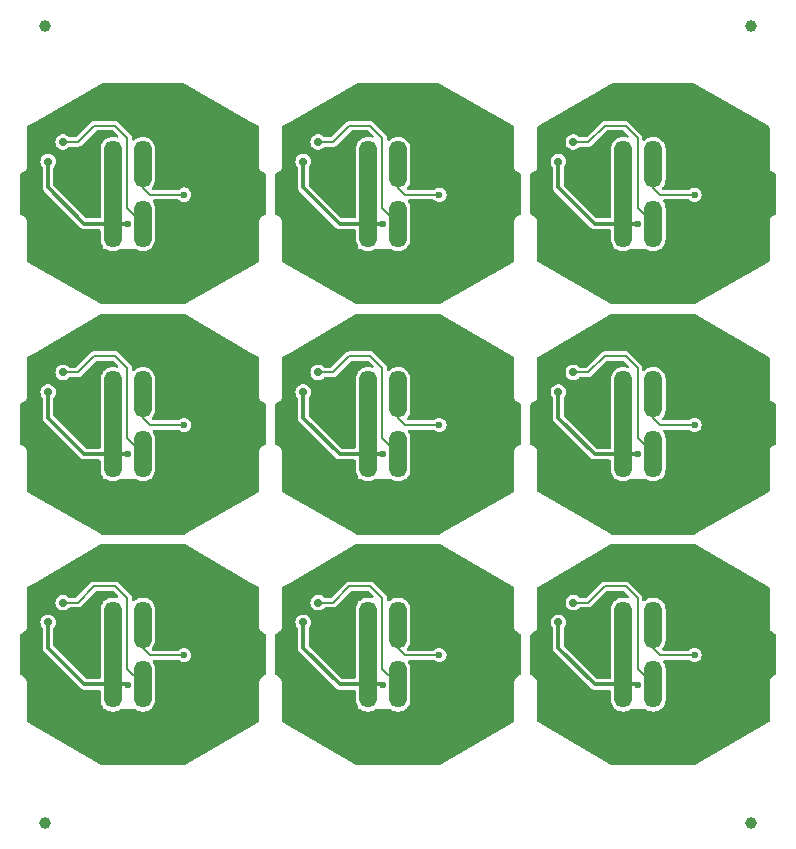
<source format=gbr>
%TF.GenerationSoftware,KiCad,Pcbnew,8.0.4*%
%TF.CreationDate,2024-10-17T13:06:50+11:00*%
%TF.ProjectId,panel,70616e65-6c2e-46b6-9963-61645f706362,rev?*%
%TF.SameCoordinates,Original*%
%TF.FileFunction,Copper,L2,Bot*%
%TF.FilePolarity,Positive*%
%FSLAX46Y46*%
G04 Gerber Fmt 4.6, Leading zero omitted, Abs format (unit mm)*
G04 Created by KiCad (PCBNEW 8.0.4) date 2024-10-17 13:06:50*
%MOMM*%
%LPD*%
G01*
G04 APERTURE LIST*
G04 Aperture macros list*
%AMRoundRect*
0 Rectangle with rounded corners*
0 $1 Rounding radius*
0 $2 $3 $4 $5 $6 $7 $8 $9 X,Y pos of 4 corners*
0 Add a 4 corners polygon primitive as box body*
4,1,4,$2,$3,$4,$5,$6,$7,$8,$9,$2,$3,0*
0 Add four circle primitives for the rounded corners*
1,1,$1+$1,$2,$3*
1,1,$1+$1,$4,$5*
1,1,$1+$1,$6,$7*
1,1,$1+$1,$8,$9*
0 Add four rect primitives between the rounded corners*
20,1,$1+$1,$2,$3,$4,$5,0*
20,1,$1+$1,$4,$5,$6,$7,0*
20,1,$1+$1,$6,$7,$8,$9,0*
20,1,$1+$1,$8,$9,$2,$3,0*%
G04 Aperture macros list end*
%TA.AperFunction,SMDPad,CuDef*%
%ADD10RoundRect,0.750000X-0.000010X1.250000X-0.000010X-1.250000X0.000010X-1.250000X0.000010X1.250000X0*%
%TD*%
%TA.AperFunction,SMDPad,CuDef*%
%ADD11C,1.000000*%
%TD*%
%TA.AperFunction,ViaPad*%
%ADD12C,0.600000*%
%TD*%
%TA.AperFunction,ViaPad*%
%ADD13C,0.700000*%
%TD*%
%TA.AperFunction,Conductor*%
%ADD14C,1.500000*%
%TD*%
%TA.AperFunction,Conductor*%
%ADD15C,0.300000*%
%TD*%
%TA.AperFunction,Conductor*%
%ADD16C,0.200000*%
%TD*%
G04 APERTURE END LIST*
D10*
%TO.P,J1,1,Pin_1*%
%TO.N,Board_7-+5V*%
X36860000Y-53225000D03*
%TO.P,J1,2,Pin_2*%
%TO.N,Board_7-DOUT*%
X39400000Y-53225000D03*
%TO.P,J1,3,Pin_3*%
%TO.N,Board_7-GND*%
X41940000Y-53225000D03*
%TO.P,J1,4,Pin_4*%
X41940000Y-58275000D03*
%TO.P,J1,5,Pin_5*%
%TO.N,Board_7-DIN*%
X39400000Y-58275000D03*
%TO.P,J1,6,Pin_6*%
%TO.N,Board_7-+5V*%
X36860000Y-58275000D03*
%TD*%
%TO.P,J1,1,Pin_1*%
%TO.N,Board_4-+5V*%
X36860000Y-33725000D03*
%TO.P,J1,2,Pin_2*%
%TO.N,Board_4-DOUT*%
X39400000Y-33725000D03*
%TO.P,J1,3,Pin_3*%
%TO.N,Board_4-GND*%
X41940000Y-33725000D03*
%TO.P,J1,4,Pin_4*%
X41940000Y-38775000D03*
%TO.P,J1,5,Pin_5*%
%TO.N,Board_4-DIN*%
X39400000Y-38775000D03*
%TO.P,J1,6,Pin_6*%
%TO.N,Board_4-+5V*%
X36860000Y-38775000D03*
%TD*%
D11*
%TO.P,KiKit_FID_B_4,*%
%TO.N,*%
X69300000Y-70000000D03*
%TD*%
%TO.P,KiKit_FID_B_3,*%
%TO.N,*%
X9500000Y-70000000D03*
%TD*%
D10*
%TO.P,J1,1,Pin_1*%
%TO.N,Board_1-+5V*%
X36860000Y-14225000D03*
%TO.P,J1,2,Pin_2*%
%TO.N,Board_1-DOUT*%
X39400000Y-14225000D03*
%TO.P,J1,3,Pin_3*%
%TO.N,Board_1-GND*%
X41940000Y-14225000D03*
%TO.P,J1,4,Pin_4*%
X41940000Y-19275000D03*
%TO.P,J1,5,Pin_5*%
%TO.N,Board_1-DIN*%
X39400000Y-19275000D03*
%TO.P,J1,6,Pin_6*%
%TO.N,Board_1-+5V*%
X36860000Y-19275000D03*
%TD*%
D11*
%TO.P,KiKit_FID_B_1,*%
%TO.N,*%
X9500000Y-2500000D03*
%TD*%
D10*
%TO.P,J1,1,Pin_1*%
%TO.N,Board_5-+5V*%
X58460000Y-33725000D03*
%TO.P,J1,2,Pin_2*%
%TO.N,Board_5-DOUT*%
X61000000Y-33725000D03*
%TO.P,J1,3,Pin_3*%
%TO.N,Board_5-GND*%
X63540000Y-33725000D03*
%TO.P,J1,4,Pin_4*%
X63540000Y-38775000D03*
%TO.P,J1,5,Pin_5*%
%TO.N,Board_5-DIN*%
X61000000Y-38775000D03*
%TO.P,J1,6,Pin_6*%
%TO.N,Board_5-+5V*%
X58460000Y-38775000D03*
%TD*%
%TO.P,J1,1,Pin_1*%
%TO.N,Board_3-+5V*%
X15260000Y-33725000D03*
%TO.P,J1,2,Pin_2*%
%TO.N,Board_3-DOUT*%
X17800000Y-33725000D03*
%TO.P,J1,3,Pin_3*%
%TO.N,Board_3-GND*%
X20340000Y-33725000D03*
%TO.P,J1,4,Pin_4*%
X20340000Y-38775000D03*
%TO.P,J1,5,Pin_5*%
%TO.N,Board_3-DIN*%
X17800000Y-38775000D03*
%TO.P,J1,6,Pin_6*%
%TO.N,Board_3-+5V*%
X15260000Y-38775000D03*
%TD*%
%TO.P,J1,1,Pin_1*%
%TO.N,Board_8-+5V*%
X58460000Y-53225000D03*
%TO.P,J1,2,Pin_2*%
%TO.N,Board_8-DOUT*%
X61000000Y-53225000D03*
%TO.P,J1,3,Pin_3*%
%TO.N,Board_8-GND*%
X63540000Y-53225000D03*
%TO.P,J1,4,Pin_4*%
X63540000Y-58275000D03*
%TO.P,J1,5,Pin_5*%
%TO.N,Board_8-DIN*%
X61000000Y-58275000D03*
%TO.P,J1,6,Pin_6*%
%TO.N,Board_8-+5V*%
X58460000Y-58275000D03*
%TD*%
%TO.P,J1,1,Pin_1*%
%TO.N,Board_0-+5V*%
X15260000Y-14225000D03*
%TO.P,J1,2,Pin_2*%
%TO.N,Board_0-DOUT*%
X17800000Y-14225000D03*
%TO.P,J1,3,Pin_3*%
%TO.N,Board_0-GND*%
X20340000Y-14225000D03*
%TO.P,J1,4,Pin_4*%
X20340000Y-19275000D03*
%TO.P,J1,5,Pin_5*%
%TO.N,Board_0-DIN*%
X17800000Y-19275000D03*
%TO.P,J1,6,Pin_6*%
%TO.N,Board_0-+5V*%
X15260000Y-19275000D03*
%TD*%
D11*
%TO.P,KiKit_FID_B_2,*%
%TO.N,*%
X69300000Y-2500000D03*
%TD*%
D10*
%TO.P,J1,1,Pin_1*%
%TO.N,Board_2-+5V*%
X58460000Y-14225000D03*
%TO.P,J1,2,Pin_2*%
%TO.N,Board_2-DOUT*%
X61000000Y-14225000D03*
%TO.P,J1,3,Pin_3*%
%TO.N,Board_2-GND*%
X63540000Y-14225000D03*
%TO.P,J1,4,Pin_4*%
X63540000Y-19275000D03*
%TO.P,J1,5,Pin_5*%
%TO.N,Board_2-DIN*%
X61000000Y-19275000D03*
%TO.P,J1,6,Pin_6*%
%TO.N,Board_2-+5V*%
X58460000Y-19275000D03*
%TD*%
%TO.P,J1,1,Pin_1*%
%TO.N,Board_6-+5V*%
X15260000Y-53225000D03*
%TO.P,J1,2,Pin_2*%
%TO.N,Board_6-DOUT*%
X17800000Y-53225000D03*
%TO.P,J1,3,Pin_3*%
%TO.N,Board_6-GND*%
X20340000Y-53225000D03*
%TO.P,J1,4,Pin_4*%
X20340000Y-58275000D03*
%TO.P,J1,5,Pin_5*%
%TO.N,Board_6-DIN*%
X17800000Y-58275000D03*
%TO.P,J1,6,Pin_6*%
%TO.N,Board_6-+5V*%
X15260000Y-58275000D03*
%TD*%
D12*
%TO.N,Board_0-+5V*%
X16550001Y-19293435D03*
D13*
X9766400Y-14014000D03*
%TO.N,Board_0-DIN*%
X11033267Y-12360769D03*
D12*
%TO.N,Board_0-DOUT*%
X21298000Y-16808000D03*
D13*
%TO.N,Board_0-GND*%
X22314000Y-15030000D03*
X16819707Y-22081927D03*
X15456000Y-8426000D03*
X12408000Y-23158000D03*
X12916000Y-9950000D03*
X21704400Y-19576600D03*
X13170000Y-14903000D03*
X15456000Y-24682000D03*
X9360000Y-17570000D03*
X9868000Y-20364000D03*
X23076000Y-10204000D03*
X20028000Y-8426000D03*
X22822000Y-23412000D03*
X24854000Y-19856000D03*
X8598000Y-14522000D03*
D12*
X13170000Y-17570000D03*
D13*
X26378000Y-16046000D03*
X20028000Y-24936000D03*
D12*
%TO.N,Board_1-+5V*%
X38150001Y-19293435D03*
D13*
X31366400Y-14014000D03*
%TO.N,Board_1-DIN*%
X32633267Y-12360769D03*
D12*
%TO.N,Board_1-DOUT*%
X42898000Y-16808000D03*
D13*
%TO.N,Board_1-GND*%
X41628000Y-8426000D03*
X38419707Y-22081927D03*
X43914000Y-15030000D03*
X30198000Y-14522000D03*
X31468000Y-20364000D03*
X46454000Y-19856000D03*
X37056000Y-24682000D03*
X34516000Y-9950000D03*
X34770000Y-14903000D03*
X41628000Y-24936000D03*
X37056000Y-8426000D03*
X44676000Y-10204000D03*
X30960000Y-17570000D03*
X43304400Y-19576600D03*
X47978000Y-16046000D03*
D12*
X34770000Y-17570000D03*
D13*
X44422000Y-23412000D03*
X34008000Y-23158000D03*
D12*
%TO.N,Board_2-+5V*%
X59750001Y-19293435D03*
D13*
X52966400Y-14014000D03*
%TO.N,Board_2-DIN*%
X54233267Y-12360769D03*
D12*
%TO.N,Board_2-DOUT*%
X64498000Y-16808000D03*
D13*
%TO.N,Board_2-GND*%
X66276000Y-10204000D03*
X68054000Y-19856000D03*
X56370000Y-14903000D03*
X55608000Y-23158000D03*
X52560000Y-17570000D03*
X56116000Y-9950000D03*
X53068000Y-20364000D03*
D12*
X56370000Y-17570000D03*
D13*
X66022000Y-23412000D03*
X69578000Y-16046000D03*
X58656000Y-8426000D03*
X60019707Y-22081927D03*
X64904400Y-19576600D03*
X63228000Y-8426000D03*
X58656000Y-24682000D03*
X51798000Y-14522000D03*
X65514000Y-15030000D03*
X63228000Y-24936000D03*
D12*
%TO.N,Board_3-+5V*%
X16550001Y-38793435D03*
D13*
X9766400Y-33514000D03*
%TO.N,Board_3-DIN*%
X11033267Y-31860769D03*
D12*
%TO.N,Board_3-DOUT*%
X21298000Y-36308000D03*
D13*
%TO.N,Board_3-GND*%
X20028000Y-44436000D03*
X15456000Y-44182000D03*
X16819707Y-41581927D03*
X23076000Y-29704000D03*
X22314000Y-34530000D03*
X12916000Y-29450000D03*
D12*
X13170000Y-37070000D03*
D13*
X13170000Y-34403000D03*
X20028000Y-27926000D03*
X9360000Y-37070000D03*
X21704400Y-39076600D03*
X22822000Y-42912000D03*
X24854000Y-39356000D03*
X26378000Y-35546000D03*
X12408000Y-42658000D03*
X15456000Y-27926000D03*
X9868000Y-39864000D03*
X8598000Y-34022000D03*
%TO.N,Board_4-+5V*%
X31366400Y-33514000D03*
D12*
X38150001Y-38793435D03*
D13*
%TO.N,Board_4-DIN*%
X32633267Y-31860769D03*
D12*
%TO.N,Board_4-DOUT*%
X42898000Y-36308000D03*
D13*
%TO.N,Board_4-GND*%
X43914000Y-34530000D03*
X43304400Y-39076600D03*
X41628000Y-27926000D03*
X37056000Y-44182000D03*
X38419707Y-41581927D03*
D12*
X34770000Y-37070000D03*
D13*
X44422000Y-42912000D03*
X34770000Y-34403000D03*
X47978000Y-35546000D03*
X34516000Y-29450000D03*
X34008000Y-42658000D03*
X46454000Y-39356000D03*
X41628000Y-44436000D03*
X30198000Y-34022000D03*
X30960000Y-37070000D03*
X37056000Y-27926000D03*
X44676000Y-29704000D03*
X31468000Y-39864000D03*
D12*
%TO.N,Board_5-+5V*%
X59750001Y-38793435D03*
D13*
X52966400Y-33514000D03*
%TO.N,Board_5-DIN*%
X54233267Y-31860769D03*
D12*
%TO.N,Board_5-DOUT*%
X64498000Y-36308000D03*
D13*
%TO.N,Board_5-GND*%
X58656000Y-44182000D03*
X60019707Y-41581927D03*
X68054000Y-39356000D03*
X52560000Y-37070000D03*
X53068000Y-39864000D03*
X64904400Y-39076600D03*
X55608000Y-42658000D03*
X56370000Y-34403000D03*
D12*
X56370000Y-37070000D03*
D13*
X63228000Y-27926000D03*
X51798000Y-34022000D03*
X66022000Y-42912000D03*
X69578000Y-35546000D03*
X56116000Y-29450000D03*
X58656000Y-27926000D03*
X66276000Y-29704000D03*
X63228000Y-44436000D03*
X65514000Y-34530000D03*
%TO.N,Board_6-+5V*%
X9766400Y-53014000D03*
D12*
X16550001Y-58293435D03*
D13*
%TO.N,Board_6-DIN*%
X11033267Y-51360769D03*
D12*
%TO.N,Board_6-DOUT*%
X21298000Y-55808000D03*
D13*
%TO.N,Board_6-GND*%
X26378000Y-55046000D03*
X22822000Y-62412000D03*
X22314000Y-54030000D03*
X21704400Y-58576600D03*
X9868000Y-59364000D03*
X24854000Y-58856000D03*
X9360000Y-56570000D03*
X15456000Y-63682000D03*
X8598000Y-53522000D03*
X20028000Y-47426000D03*
X20028000Y-63936000D03*
X23076000Y-49204000D03*
D12*
X13170000Y-56570000D03*
D13*
X15456000Y-47426000D03*
X12916000Y-48950000D03*
X12408000Y-62158000D03*
X16819707Y-61081927D03*
X13170000Y-53903000D03*
D12*
%TO.N,Board_7-+5V*%
X38150001Y-58293435D03*
D13*
X31366400Y-53014000D03*
%TO.N,Board_7-DIN*%
X32633267Y-51360769D03*
D12*
%TO.N,Board_7-DOUT*%
X42898000Y-55808000D03*
D13*
%TO.N,Board_7-GND*%
X43914000Y-54030000D03*
X34516000Y-48950000D03*
X46454000Y-58856000D03*
X34008000Y-62158000D03*
D12*
X34770000Y-56570000D03*
D13*
X30960000Y-56570000D03*
X37056000Y-63682000D03*
X38419707Y-61081927D03*
X44422000Y-62412000D03*
X47978000Y-55046000D03*
X31468000Y-59364000D03*
X30198000Y-53522000D03*
X41628000Y-63936000D03*
X41628000Y-47426000D03*
X37056000Y-47426000D03*
X34770000Y-53903000D03*
X43304400Y-58576600D03*
X44676000Y-49204000D03*
D12*
%TO.N,Board_8-+5V*%
X59750001Y-58293435D03*
D13*
X52966400Y-53014000D03*
%TO.N,Board_8-DIN*%
X54233267Y-51360769D03*
D12*
%TO.N,Board_8-DOUT*%
X64498000Y-55808000D03*
%TO.N,Board_8-GND*%
X56370000Y-56570000D03*
D13*
X66276000Y-49204000D03*
X58656000Y-63682000D03*
X55608000Y-62158000D03*
X51798000Y-53522000D03*
X63228000Y-63936000D03*
X58656000Y-47426000D03*
X68054000Y-58856000D03*
X65514000Y-54030000D03*
X56116000Y-48950000D03*
X53068000Y-59364000D03*
X66022000Y-62412000D03*
X63228000Y-47426000D03*
X60019707Y-61081927D03*
X56370000Y-53903000D03*
X69578000Y-55046000D03*
X64904400Y-58576600D03*
X52560000Y-56570000D03*
%TD*%
D14*
%TO.N,Board_0-+5V*%
X15260000Y-14225000D02*
X15260000Y-19275000D01*
D15*
X9766400Y-14014000D02*
X9766400Y-16198400D01*
X9766400Y-16198400D02*
X12843000Y-19275000D01*
X16550001Y-19293435D02*
X16531566Y-19275000D01*
X12843000Y-19275000D02*
X15260000Y-19275000D01*
X16531566Y-19275000D02*
X15260000Y-19275000D01*
D16*
%TO.N,Board_0-DIN*%
X12283231Y-12360769D02*
X13678000Y-10966000D01*
X11033267Y-12360769D02*
X12283231Y-12360769D01*
X15456000Y-10966000D02*
X16472000Y-11982000D01*
X16472000Y-11982000D02*
X16472000Y-17947000D01*
X13678000Y-10966000D02*
X15456000Y-10966000D01*
X16472000Y-17947000D02*
X17800000Y-19275000D01*
%TO.N,Board_0-DOUT*%
X17800000Y-16224999D02*
X17800000Y-14225000D01*
X18383001Y-16808000D02*
X17800000Y-16224999D01*
X21298000Y-16808000D02*
X18383001Y-16808000D01*
D15*
%TO.N,Board_1-+5V*%
X31366400Y-16198400D02*
X34443000Y-19275000D01*
X38150001Y-19293435D02*
X38131566Y-19275000D01*
D14*
X36860000Y-14225000D02*
X36860000Y-19275000D01*
D15*
X38131566Y-19275000D02*
X36860000Y-19275000D01*
X34443000Y-19275000D02*
X36860000Y-19275000D01*
X31366400Y-14014000D02*
X31366400Y-16198400D01*
D16*
%TO.N,Board_1-DIN*%
X32633267Y-12360769D02*
X33883231Y-12360769D01*
X37056000Y-10966000D02*
X38072000Y-11982000D01*
X35278000Y-10966000D02*
X37056000Y-10966000D01*
X38072000Y-11982000D02*
X38072000Y-17947000D01*
X38072000Y-17947000D02*
X39400000Y-19275000D01*
X33883231Y-12360769D02*
X35278000Y-10966000D01*
%TO.N,Board_1-DOUT*%
X39400000Y-16224999D02*
X39400000Y-14225000D01*
X42898000Y-16808000D02*
X39983001Y-16808000D01*
X39983001Y-16808000D02*
X39400000Y-16224999D01*
D15*
%TO.N,Board_2-+5V*%
X52966400Y-16198400D02*
X56043000Y-19275000D01*
X52966400Y-14014000D02*
X52966400Y-16198400D01*
D14*
X58460000Y-14225000D02*
X58460000Y-19275000D01*
D15*
X59750001Y-19293435D02*
X59731566Y-19275000D01*
X56043000Y-19275000D02*
X58460000Y-19275000D01*
X59731566Y-19275000D02*
X58460000Y-19275000D01*
D16*
%TO.N,Board_2-DIN*%
X56878000Y-10966000D02*
X58656000Y-10966000D01*
X58656000Y-10966000D02*
X59672000Y-11982000D01*
X59672000Y-17947000D02*
X61000000Y-19275000D01*
X55483231Y-12360769D02*
X56878000Y-10966000D01*
X54233267Y-12360769D02*
X55483231Y-12360769D01*
X59672000Y-11982000D02*
X59672000Y-17947000D01*
%TO.N,Board_2-DOUT*%
X61583001Y-16808000D02*
X61000000Y-16224999D01*
X64498000Y-16808000D02*
X61583001Y-16808000D01*
X61000000Y-16224999D02*
X61000000Y-14225000D01*
D15*
%TO.N,Board_3-+5V*%
X9766400Y-35698400D02*
X12843000Y-38775000D01*
X16550001Y-38793435D02*
X16531566Y-38775000D01*
D14*
X15260000Y-33725000D02*
X15260000Y-38775000D01*
D15*
X9766400Y-33514000D02*
X9766400Y-35698400D01*
X12843000Y-38775000D02*
X15260000Y-38775000D01*
X16531566Y-38775000D02*
X15260000Y-38775000D01*
D16*
%TO.N,Board_3-DIN*%
X16472000Y-31482000D02*
X16472000Y-37447000D01*
X16472000Y-37447000D02*
X17800000Y-38775000D01*
X11033267Y-31860769D02*
X12283231Y-31860769D01*
X13678000Y-30466000D02*
X15456000Y-30466000D01*
X15456000Y-30466000D02*
X16472000Y-31482000D01*
X12283231Y-31860769D02*
X13678000Y-30466000D01*
%TO.N,Board_3-DOUT*%
X21298000Y-36308000D02*
X18383001Y-36308000D01*
X18383001Y-36308000D02*
X17800000Y-35724999D01*
X17800000Y-35724999D02*
X17800000Y-33725000D01*
D15*
%TO.N,Board_4-+5V*%
X38150001Y-38793435D02*
X38131566Y-38775000D01*
X38131566Y-38775000D02*
X36860000Y-38775000D01*
X34443000Y-38775000D02*
X36860000Y-38775000D01*
X31366400Y-35698400D02*
X34443000Y-38775000D01*
D14*
X36860000Y-33725000D02*
X36860000Y-38775000D01*
D15*
X31366400Y-33514000D02*
X31366400Y-35698400D01*
D16*
%TO.N,Board_4-DIN*%
X37056000Y-30466000D02*
X38072000Y-31482000D01*
X32633267Y-31860769D02*
X33883231Y-31860769D01*
X35278000Y-30466000D02*
X37056000Y-30466000D01*
X33883231Y-31860769D02*
X35278000Y-30466000D01*
X38072000Y-37447000D02*
X39400000Y-38775000D01*
X38072000Y-31482000D02*
X38072000Y-37447000D01*
%TO.N,Board_4-DOUT*%
X42898000Y-36308000D02*
X39983001Y-36308000D01*
X39983001Y-36308000D02*
X39400000Y-35724999D01*
X39400000Y-35724999D02*
X39400000Y-33725000D01*
D14*
%TO.N,Board_5-+5V*%
X58460000Y-33725000D02*
X58460000Y-38775000D01*
D15*
X52966400Y-35698400D02*
X56043000Y-38775000D01*
X59750001Y-38793435D02*
X59731566Y-38775000D01*
X59731566Y-38775000D02*
X58460000Y-38775000D01*
X56043000Y-38775000D02*
X58460000Y-38775000D01*
X52966400Y-33514000D02*
X52966400Y-35698400D01*
D16*
%TO.N,Board_5-DIN*%
X56878000Y-30466000D02*
X58656000Y-30466000D01*
X54233267Y-31860769D02*
X55483231Y-31860769D01*
X59672000Y-31482000D02*
X59672000Y-37447000D01*
X58656000Y-30466000D02*
X59672000Y-31482000D01*
X59672000Y-37447000D02*
X61000000Y-38775000D01*
X55483231Y-31860769D02*
X56878000Y-30466000D01*
%TO.N,Board_5-DOUT*%
X61000000Y-35724999D02*
X61000000Y-33725000D01*
X64498000Y-36308000D02*
X61583001Y-36308000D01*
X61583001Y-36308000D02*
X61000000Y-35724999D01*
D15*
%TO.N,Board_6-+5V*%
X9766400Y-55198400D02*
X12843000Y-58275000D01*
X16531566Y-58275000D02*
X15260000Y-58275000D01*
D14*
X15260000Y-53225000D02*
X15260000Y-58275000D01*
D15*
X12843000Y-58275000D02*
X15260000Y-58275000D01*
X16550001Y-58293435D02*
X16531566Y-58275000D01*
X9766400Y-53014000D02*
X9766400Y-55198400D01*
D16*
%TO.N,Board_6-DIN*%
X15456000Y-49966000D02*
X16472000Y-50982000D01*
X16472000Y-56947000D02*
X17800000Y-58275000D01*
X12283231Y-51360769D02*
X13678000Y-49966000D01*
X13678000Y-49966000D02*
X15456000Y-49966000D01*
X16472000Y-50982000D02*
X16472000Y-56947000D01*
X11033267Y-51360769D02*
X12283231Y-51360769D01*
%TO.N,Board_6-DOUT*%
X17800000Y-55224999D02*
X17800000Y-53225000D01*
X21298000Y-55808000D02*
X18383001Y-55808000D01*
X18383001Y-55808000D02*
X17800000Y-55224999D01*
D15*
%TO.N,Board_7-+5V*%
X38150001Y-58293435D02*
X38131566Y-58275000D01*
X31366400Y-55198400D02*
X34443000Y-58275000D01*
X31366400Y-53014000D02*
X31366400Y-55198400D01*
X38131566Y-58275000D02*
X36860000Y-58275000D01*
D14*
X36860000Y-53225000D02*
X36860000Y-58275000D01*
D15*
X34443000Y-58275000D02*
X36860000Y-58275000D01*
D16*
%TO.N,Board_7-DIN*%
X35278000Y-49966000D02*
X37056000Y-49966000D01*
X38072000Y-50982000D02*
X38072000Y-56947000D01*
X33883231Y-51360769D02*
X35278000Y-49966000D01*
X37056000Y-49966000D02*
X38072000Y-50982000D01*
X38072000Y-56947000D02*
X39400000Y-58275000D01*
X32633267Y-51360769D02*
X33883231Y-51360769D01*
%TO.N,Board_7-DOUT*%
X42898000Y-55808000D02*
X39983001Y-55808000D01*
X39983001Y-55808000D02*
X39400000Y-55224999D01*
X39400000Y-55224999D02*
X39400000Y-53225000D01*
D15*
%TO.N,Board_8-+5V*%
X52966400Y-53014000D02*
X52966400Y-55198400D01*
D14*
X58460000Y-53225000D02*
X58460000Y-58275000D01*
D15*
X59750001Y-58293435D02*
X59731566Y-58275000D01*
X59731566Y-58275000D02*
X58460000Y-58275000D01*
X56043000Y-58275000D02*
X58460000Y-58275000D01*
X52966400Y-55198400D02*
X56043000Y-58275000D01*
D16*
%TO.N,Board_8-DIN*%
X58656000Y-49966000D02*
X59672000Y-50982000D01*
X54233267Y-51360769D02*
X55483231Y-51360769D01*
X59672000Y-56947000D02*
X61000000Y-58275000D01*
X55483231Y-51360769D02*
X56878000Y-49966000D01*
X56878000Y-49966000D02*
X58656000Y-49966000D01*
X59672000Y-50982000D02*
X59672000Y-56947000D01*
%TO.N,Board_8-DOUT*%
X64498000Y-55808000D02*
X61583001Y-55808000D01*
X61583001Y-55808000D02*
X61000000Y-55224999D01*
X61000000Y-55224999D02*
X61000000Y-53225000D01*
%TD*%
%TA.AperFunction,Conductor*%
%TO.N,Board_4-GND*%
G36*
X42933965Y-26917112D02*
G01*
X48581247Y-30177573D01*
X49187500Y-30527593D01*
X49235716Y-30578160D01*
X49249500Y-30634980D01*
X49249500Y-33916739D01*
X49249500Y-34022193D01*
X49276793Y-34124053D01*
X49329520Y-34215379D01*
X49404087Y-34289946D01*
X49737500Y-34482441D01*
X49785715Y-34533008D01*
X49799500Y-34589828D01*
X49799500Y-37910170D01*
X49779815Y-37977209D01*
X49737500Y-38017557D01*
X49406969Y-38208389D01*
X49406967Y-38208391D01*
X49404588Y-38209764D01*
X49404085Y-38210055D01*
X49329520Y-38284621D01*
X49276794Y-38375944D01*
X49276793Y-38375947D01*
X49249500Y-38477807D01*
X49249500Y-41865018D01*
X49229815Y-41932057D01*
X49187500Y-41972405D01*
X42933966Y-45582887D01*
X42871966Y-45599500D01*
X35928034Y-45599500D01*
X35866034Y-45582887D01*
X29612500Y-41972405D01*
X29564284Y-41921838D01*
X29550500Y-41865018D01*
X29550500Y-38477809D01*
X29550500Y-38477807D01*
X29523207Y-38375947D01*
X29470480Y-38284621D01*
X29395913Y-38210054D01*
X29393033Y-38208391D01*
X29393030Y-38208389D01*
X29062500Y-38017557D01*
X29014284Y-37966990D01*
X29000500Y-37910170D01*
X29000500Y-34589828D01*
X29020185Y-34522789D01*
X29062498Y-34482442D01*
X29395913Y-34289946D01*
X29470480Y-34215379D01*
X29523207Y-34124053D01*
X29550500Y-34022193D01*
X29550500Y-33513999D01*
X30711122Y-33513999D01*
X30711122Y-33514000D01*
X30730162Y-33670818D01*
X30786180Y-33818523D01*
X30786181Y-33818524D01*
X30875918Y-33948532D01*
X30880891Y-33954145D01*
X30879444Y-33955426D01*
X30911250Y-34006120D01*
X30915900Y-34039759D01*
X30915900Y-35757708D01*
X30940112Y-35848072D01*
X30946600Y-35872285D01*
X30946600Y-35872286D01*
X30946601Y-35872287D01*
X31005911Y-35975014D01*
X34166386Y-39135489D01*
X34198317Y-39153924D01*
X34269114Y-39194799D01*
X34383691Y-39225500D01*
X35685500Y-39225500D01*
X35752539Y-39245185D01*
X35798294Y-39297989D01*
X35809500Y-39349500D01*
X35809500Y-40076604D01*
X35824699Y-40230932D01*
X35824700Y-40230934D01*
X35884768Y-40428954D01*
X35982315Y-40611450D01*
X36011853Y-40647442D01*
X36039166Y-40711751D01*
X36040000Y-40726107D01*
X36040000Y-40880000D01*
X36201984Y-40880000D01*
X36269023Y-40899685D01*
X36270877Y-40900900D01*
X36273548Y-40902685D01*
X36456041Y-41000230D01*
X36456043Y-41000230D01*
X36456046Y-41000232D01*
X36654066Y-41060300D01*
X36654065Y-41060300D01*
X36692647Y-41064100D01*
X36808392Y-41075500D01*
X36808395Y-41075500D01*
X36911605Y-41075500D01*
X36911608Y-41075500D01*
X37065934Y-41060300D01*
X37263954Y-41000232D01*
X37263958Y-41000230D01*
X37446451Y-40902685D01*
X37449123Y-40900900D01*
X37450736Y-40900394D01*
X37451823Y-40899814D01*
X37451933Y-40900019D01*
X37515799Y-40880020D01*
X37518016Y-40880000D01*
X38741984Y-40880000D01*
X38809023Y-40899685D01*
X38810877Y-40900900D01*
X38813548Y-40902685D01*
X38996041Y-41000230D01*
X38996043Y-41000230D01*
X38996046Y-41000232D01*
X39194066Y-41060300D01*
X39194065Y-41060300D01*
X39232647Y-41064100D01*
X39348392Y-41075500D01*
X39348395Y-41075500D01*
X39451605Y-41075500D01*
X39451608Y-41075500D01*
X39605934Y-41060300D01*
X39803954Y-41000232D01*
X39803958Y-41000230D01*
X39986451Y-40902685D01*
X39989123Y-40900900D01*
X39990736Y-40900394D01*
X39991823Y-40899814D01*
X39991933Y-40900019D01*
X40055799Y-40880020D01*
X40058016Y-40880000D01*
X40104000Y-40880000D01*
X40104000Y-40864863D01*
X40123685Y-40797824D01*
X40142770Y-40776387D01*
X40142102Y-40775719D01*
X40146407Y-40771413D01*
X40146408Y-40771411D01*
X40146410Y-40771410D01*
X40277685Y-40611450D01*
X40375232Y-40428954D01*
X40435300Y-40230934D01*
X40450500Y-40076608D01*
X40450500Y-37473392D01*
X40435300Y-37319066D01*
X40375232Y-37121046D01*
X40277685Y-36938550D01*
X40257276Y-36913682D01*
X40255211Y-36911165D01*
X40227898Y-36846855D01*
X40239689Y-36777988D01*
X40286841Y-36726427D01*
X40351064Y-36708500D01*
X42391420Y-36708500D01*
X42458459Y-36728185D01*
X42466907Y-36734124D01*
X42469716Y-36736279D01*
X42469718Y-36736282D01*
X42595159Y-36832536D01*
X42741238Y-36893044D01*
X42819619Y-36903363D01*
X42897999Y-36913682D01*
X42898000Y-36913682D01*
X42898001Y-36913682D01*
X42950254Y-36906802D01*
X43054762Y-36893044D01*
X43200841Y-36832536D01*
X43326282Y-36736282D01*
X43422536Y-36610841D01*
X43483044Y-36464762D01*
X43503682Y-36308000D01*
X43483044Y-36151238D01*
X43422536Y-36005159D01*
X43326282Y-35879718D01*
X43200841Y-35783464D01*
X43158324Y-35765853D01*
X43054762Y-35722956D01*
X43054760Y-35722955D01*
X42898001Y-35702318D01*
X42897999Y-35702318D01*
X42741239Y-35722955D01*
X42741237Y-35722956D01*
X42595160Y-35783463D01*
X42595159Y-35783464D01*
X42469718Y-35879718D01*
X42469716Y-35879720D01*
X42466907Y-35881876D01*
X42401737Y-35907070D01*
X42391420Y-35907500D01*
X40255866Y-35907500D01*
X40188827Y-35887815D01*
X40143072Y-35835011D01*
X40133128Y-35765853D01*
X40160013Y-35704835D01*
X40204733Y-35650342D01*
X40277685Y-35561450D01*
X40375232Y-35378954D01*
X40435300Y-35180934D01*
X40450500Y-35026608D01*
X40450500Y-32423392D01*
X40435300Y-32269066D01*
X40375232Y-32071046D01*
X40277685Y-31888550D01*
X40220000Y-31818260D01*
X40146410Y-31728589D01*
X39986452Y-31597317D01*
X39986453Y-31597317D01*
X39986450Y-31597315D01*
X39803954Y-31499768D01*
X39605934Y-31439700D01*
X39605932Y-31439699D01*
X39605934Y-31439699D01*
X39486805Y-31427966D01*
X39451608Y-31424500D01*
X39348392Y-31424500D01*
X39310298Y-31428251D01*
X39194067Y-31439699D01*
X38996043Y-31499769D01*
X38813546Y-31597317D01*
X38678858Y-31707853D01*
X38614548Y-31735166D01*
X38600193Y-31736000D01*
X38596500Y-31736000D01*
X38529461Y-31716315D01*
X38483706Y-31663511D01*
X38472500Y-31612000D01*
X38472500Y-31429275D01*
X38472500Y-31429273D01*
X38445207Y-31327413D01*
X38445207Y-31327412D01*
X38392480Y-31236087D01*
X37301913Y-30145520D01*
X37256250Y-30119156D01*
X37210589Y-30092793D01*
X37159657Y-30079146D01*
X37108727Y-30065500D01*
X35330727Y-30065500D01*
X35225273Y-30065500D01*
X35123410Y-30092793D01*
X35032087Y-30145520D01*
X35032084Y-30145522D01*
X33753657Y-31423950D01*
X33692334Y-31457435D01*
X33665976Y-31460269D01*
X33209189Y-31460269D01*
X33142150Y-31440584D01*
X33126962Y-31429085D01*
X33123750Y-31426240D01*
X33123750Y-31426239D01*
X33005507Y-31321486D01*
X33005505Y-31321485D01*
X33005504Y-31321484D01*
X32865632Y-31248072D01*
X32712253Y-31210269D01*
X32712252Y-31210269D01*
X32554282Y-31210269D01*
X32554281Y-31210269D01*
X32400901Y-31248072D01*
X32261029Y-31321484D01*
X32142783Y-31426240D01*
X32053048Y-31556244D01*
X32053047Y-31556245D01*
X31997029Y-31703950D01*
X31977989Y-31860768D01*
X31977989Y-31860769D01*
X31997029Y-32017587D01*
X32017303Y-32071043D01*
X32053047Y-32165292D01*
X32142784Y-32295299D01*
X32261027Y-32400052D01*
X32261029Y-32400053D01*
X32400901Y-32473465D01*
X32554281Y-32511269D01*
X32554282Y-32511269D01*
X32712252Y-32511269D01*
X32865632Y-32473465D01*
X33005507Y-32400052D01*
X33123750Y-32295299D01*
X33123750Y-32295297D01*
X33126962Y-32292453D01*
X33190196Y-32262732D01*
X33209189Y-32261269D01*
X33935956Y-32261269D01*
X33935958Y-32261269D01*
X34037819Y-32233976D01*
X34129144Y-32181249D01*
X35407574Y-30902819D01*
X35468897Y-30869334D01*
X35495255Y-30866500D01*
X36838745Y-30866500D01*
X36905784Y-30886185D01*
X36926426Y-30902819D01*
X37286293Y-31262686D01*
X37319778Y-31324009D01*
X37314794Y-31393701D01*
X37272922Y-31449634D01*
X37207458Y-31474051D01*
X37162617Y-31469028D01*
X37068848Y-31440584D01*
X37065934Y-31439700D01*
X37065932Y-31439699D01*
X37065934Y-31439699D01*
X36946805Y-31427966D01*
X36911608Y-31424500D01*
X36808392Y-31424500D01*
X36770298Y-31428251D01*
X36654067Y-31439699D01*
X36456043Y-31499769D01*
X36273546Y-31597317D01*
X36138858Y-31707853D01*
X36074548Y-31735166D01*
X36060193Y-31736000D01*
X36040000Y-31736000D01*
X36040000Y-31773892D01*
X36020315Y-31840931D01*
X36011854Y-31852556D01*
X35982317Y-31888547D01*
X35884769Y-32071043D01*
X35824699Y-32269067D01*
X35809500Y-32423395D01*
X35809500Y-38200500D01*
X35789815Y-38267539D01*
X35737011Y-38313294D01*
X35685500Y-38324500D01*
X34680965Y-38324500D01*
X34613926Y-38304815D01*
X34593284Y-38288181D01*
X31853219Y-35548116D01*
X31819734Y-35486793D01*
X31816900Y-35460435D01*
X31816900Y-34039759D01*
X31836585Y-33972720D01*
X31852246Y-33954444D01*
X31851909Y-33954145D01*
X31856881Y-33948532D01*
X31856881Y-33948531D01*
X31856883Y-33948530D01*
X31946620Y-33818523D01*
X32002637Y-33670818D01*
X32021678Y-33514000D01*
X32002637Y-33357182D01*
X31946620Y-33209477D01*
X31856883Y-33079470D01*
X31738640Y-32974717D01*
X31738638Y-32974716D01*
X31738637Y-32974715D01*
X31598765Y-32901303D01*
X31445386Y-32863500D01*
X31445385Y-32863500D01*
X31287415Y-32863500D01*
X31287414Y-32863500D01*
X31134034Y-32901303D01*
X30994162Y-32974715D01*
X30875916Y-33079471D01*
X30786181Y-33209475D01*
X30786180Y-33209476D01*
X30730162Y-33357181D01*
X30711122Y-33513999D01*
X29550500Y-33513999D01*
X29550500Y-30634980D01*
X29570185Y-30567941D01*
X29612500Y-30527593D01*
X30218753Y-30177573D01*
X35866034Y-26917112D01*
X35928034Y-26900500D01*
X42871966Y-26900500D01*
X42933965Y-26917112D01*
G37*
%TD.AperFunction*%
%TD*%
%TA.AperFunction,Conductor*%
%TO.N,Board_1-GND*%
G36*
X42933965Y-7417112D02*
G01*
X48581247Y-10677573D01*
X49187500Y-11027593D01*
X49235716Y-11078160D01*
X49249500Y-11134980D01*
X49249500Y-14416739D01*
X49249500Y-14522193D01*
X49276793Y-14624053D01*
X49329520Y-14715379D01*
X49404087Y-14789946D01*
X49737500Y-14982441D01*
X49785715Y-15033008D01*
X49799500Y-15089828D01*
X49799500Y-18410170D01*
X49779815Y-18477209D01*
X49737500Y-18517557D01*
X49406969Y-18708389D01*
X49406967Y-18708391D01*
X49404588Y-18709764D01*
X49404085Y-18710055D01*
X49329520Y-18784621D01*
X49276794Y-18875944D01*
X49276793Y-18875947D01*
X49249500Y-18977807D01*
X49249500Y-22365018D01*
X49229815Y-22432057D01*
X49187500Y-22472405D01*
X42933966Y-26082887D01*
X42871966Y-26099500D01*
X35928034Y-26099500D01*
X35866034Y-26082887D01*
X29612500Y-22472405D01*
X29564284Y-22421838D01*
X29550500Y-22365018D01*
X29550500Y-18977809D01*
X29550500Y-18977807D01*
X29523207Y-18875947D01*
X29470480Y-18784621D01*
X29395913Y-18710054D01*
X29393033Y-18708391D01*
X29393030Y-18708389D01*
X29062500Y-18517557D01*
X29014284Y-18466990D01*
X29000500Y-18410170D01*
X29000500Y-15089828D01*
X29020185Y-15022789D01*
X29062498Y-14982442D01*
X29395913Y-14789946D01*
X29470480Y-14715379D01*
X29523207Y-14624053D01*
X29550500Y-14522193D01*
X29550500Y-14013999D01*
X30711122Y-14013999D01*
X30711122Y-14014000D01*
X30730162Y-14170818D01*
X30786180Y-14318523D01*
X30786181Y-14318524D01*
X30875918Y-14448532D01*
X30880891Y-14454145D01*
X30879444Y-14455426D01*
X30911250Y-14506120D01*
X30915900Y-14539759D01*
X30915900Y-16257708D01*
X30940112Y-16348072D01*
X30946600Y-16372285D01*
X30946600Y-16372286D01*
X30946601Y-16372287D01*
X31005911Y-16475014D01*
X34166386Y-19635489D01*
X34198317Y-19653924D01*
X34269114Y-19694799D01*
X34383691Y-19725500D01*
X35685500Y-19725500D01*
X35752539Y-19745185D01*
X35798294Y-19797989D01*
X35809500Y-19849500D01*
X35809500Y-20576604D01*
X35824699Y-20730932D01*
X35824700Y-20730934D01*
X35884768Y-20928954D01*
X35982315Y-21111450D01*
X36011853Y-21147442D01*
X36039166Y-21211751D01*
X36040000Y-21226107D01*
X36040000Y-21380000D01*
X36201984Y-21380000D01*
X36269023Y-21399685D01*
X36270877Y-21400900D01*
X36273548Y-21402685D01*
X36456041Y-21500230D01*
X36456043Y-21500230D01*
X36456046Y-21500232D01*
X36654066Y-21560300D01*
X36654065Y-21560300D01*
X36692647Y-21564100D01*
X36808392Y-21575500D01*
X36808395Y-21575500D01*
X36911605Y-21575500D01*
X36911608Y-21575500D01*
X37065934Y-21560300D01*
X37263954Y-21500232D01*
X37263958Y-21500230D01*
X37446451Y-21402685D01*
X37449123Y-21400900D01*
X37450736Y-21400394D01*
X37451823Y-21399814D01*
X37451933Y-21400019D01*
X37515799Y-21380020D01*
X37518016Y-21380000D01*
X38741984Y-21380000D01*
X38809023Y-21399685D01*
X38810877Y-21400900D01*
X38813548Y-21402685D01*
X38996041Y-21500230D01*
X38996043Y-21500230D01*
X38996046Y-21500232D01*
X39194066Y-21560300D01*
X39194065Y-21560300D01*
X39232647Y-21564100D01*
X39348392Y-21575500D01*
X39348395Y-21575500D01*
X39451605Y-21575500D01*
X39451608Y-21575500D01*
X39605934Y-21560300D01*
X39803954Y-21500232D01*
X39803958Y-21500230D01*
X39986451Y-21402685D01*
X39989123Y-21400900D01*
X39990736Y-21400394D01*
X39991823Y-21399814D01*
X39991933Y-21400019D01*
X40055799Y-21380020D01*
X40058016Y-21380000D01*
X40104000Y-21380000D01*
X40104000Y-21364863D01*
X40123685Y-21297824D01*
X40142770Y-21276387D01*
X40142102Y-21275719D01*
X40146407Y-21271413D01*
X40146408Y-21271411D01*
X40146410Y-21271410D01*
X40277685Y-21111450D01*
X40375232Y-20928954D01*
X40435300Y-20730934D01*
X40450500Y-20576608D01*
X40450500Y-17973392D01*
X40435300Y-17819066D01*
X40375232Y-17621046D01*
X40277685Y-17438550D01*
X40257276Y-17413682D01*
X40255211Y-17411165D01*
X40227898Y-17346855D01*
X40239689Y-17277988D01*
X40286841Y-17226427D01*
X40351064Y-17208500D01*
X42391420Y-17208500D01*
X42458459Y-17228185D01*
X42466907Y-17234124D01*
X42469716Y-17236279D01*
X42469718Y-17236282D01*
X42595159Y-17332536D01*
X42741238Y-17393044D01*
X42819619Y-17403363D01*
X42897999Y-17413682D01*
X42898000Y-17413682D01*
X42898001Y-17413682D01*
X42950254Y-17406802D01*
X43054762Y-17393044D01*
X43200841Y-17332536D01*
X43326282Y-17236282D01*
X43422536Y-17110841D01*
X43483044Y-16964762D01*
X43503682Y-16808000D01*
X43483044Y-16651238D01*
X43422536Y-16505159D01*
X43326282Y-16379718D01*
X43200841Y-16283464D01*
X43158324Y-16265853D01*
X43054762Y-16222956D01*
X43054760Y-16222955D01*
X42898001Y-16202318D01*
X42897999Y-16202318D01*
X42741239Y-16222955D01*
X42741237Y-16222956D01*
X42595160Y-16283463D01*
X42595159Y-16283464D01*
X42469718Y-16379718D01*
X42469716Y-16379720D01*
X42466907Y-16381876D01*
X42401737Y-16407070D01*
X42391420Y-16407500D01*
X40255866Y-16407500D01*
X40188827Y-16387815D01*
X40143072Y-16335011D01*
X40133128Y-16265853D01*
X40160013Y-16204835D01*
X40204733Y-16150342D01*
X40277685Y-16061450D01*
X40375232Y-15878954D01*
X40435300Y-15680934D01*
X40450500Y-15526608D01*
X40450500Y-12923392D01*
X40435300Y-12769066D01*
X40375232Y-12571046D01*
X40277685Y-12388550D01*
X40220000Y-12318260D01*
X40146410Y-12228589D01*
X39986452Y-12097317D01*
X39986453Y-12097317D01*
X39986450Y-12097315D01*
X39803954Y-11999768D01*
X39605934Y-11939700D01*
X39605932Y-11939699D01*
X39605934Y-11939699D01*
X39486805Y-11927966D01*
X39451608Y-11924500D01*
X39348392Y-11924500D01*
X39310298Y-11928251D01*
X39194067Y-11939699D01*
X38996043Y-11999769D01*
X38813546Y-12097317D01*
X38678858Y-12207853D01*
X38614548Y-12235166D01*
X38600193Y-12236000D01*
X38596500Y-12236000D01*
X38529461Y-12216315D01*
X38483706Y-12163511D01*
X38472500Y-12112000D01*
X38472500Y-11929275D01*
X38472500Y-11929273D01*
X38445207Y-11827413D01*
X38445207Y-11827412D01*
X38392480Y-11736087D01*
X37301913Y-10645520D01*
X37256250Y-10619156D01*
X37210589Y-10592793D01*
X37159657Y-10579146D01*
X37108727Y-10565500D01*
X35330727Y-10565500D01*
X35225273Y-10565500D01*
X35123410Y-10592793D01*
X35032087Y-10645520D01*
X35032084Y-10645522D01*
X33753657Y-11923950D01*
X33692334Y-11957435D01*
X33665976Y-11960269D01*
X33209189Y-11960269D01*
X33142150Y-11940584D01*
X33126962Y-11929085D01*
X33123750Y-11926240D01*
X33123750Y-11926239D01*
X33005507Y-11821486D01*
X33005505Y-11821485D01*
X33005504Y-11821484D01*
X32865632Y-11748072D01*
X32712253Y-11710269D01*
X32712252Y-11710269D01*
X32554282Y-11710269D01*
X32554281Y-11710269D01*
X32400901Y-11748072D01*
X32261029Y-11821484D01*
X32142783Y-11926240D01*
X32053048Y-12056244D01*
X32053047Y-12056245D01*
X31997029Y-12203950D01*
X31977989Y-12360768D01*
X31977989Y-12360769D01*
X31997029Y-12517587D01*
X32017303Y-12571043D01*
X32053047Y-12665292D01*
X32142784Y-12795299D01*
X32261027Y-12900052D01*
X32261029Y-12900053D01*
X32400901Y-12973465D01*
X32554281Y-13011269D01*
X32554282Y-13011269D01*
X32712252Y-13011269D01*
X32865632Y-12973465D01*
X33005507Y-12900052D01*
X33123750Y-12795299D01*
X33123750Y-12795297D01*
X33126962Y-12792453D01*
X33190196Y-12762732D01*
X33209189Y-12761269D01*
X33935956Y-12761269D01*
X33935958Y-12761269D01*
X34037819Y-12733976D01*
X34129144Y-12681249D01*
X35407574Y-11402819D01*
X35468897Y-11369334D01*
X35495255Y-11366500D01*
X36838745Y-11366500D01*
X36905784Y-11386185D01*
X36926426Y-11402819D01*
X37286293Y-11762686D01*
X37319778Y-11824009D01*
X37314794Y-11893701D01*
X37272922Y-11949634D01*
X37207458Y-11974051D01*
X37162617Y-11969028D01*
X37068848Y-11940584D01*
X37065934Y-11939700D01*
X37065932Y-11939699D01*
X37065934Y-11939699D01*
X36946805Y-11927966D01*
X36911608Y-11924500D01*
X36808392Y-11924500D01*
X36770298Y-11928251D01*
X36654067Y-11939699D01*
X36456043Y-11999769D01*
X36273546Y-12097317D01*
X36138858Y-12207853D01*
X36074548Y-12235166D01*
X36060193Y-12236000D01*
X36040000Y-12236000D01*
X36040000Y-12273892D01*
X36020315Y-12340931D01*
X36011854Y-12352556D01*
X35982317Y-12388547D01*
X35884769Y-12571043D01*
X35824699Y-12769067D01*
X35809500Y-12923395D01*
X35809500Y-18700500D01*
X35789815Y-18767539D01*
X35737011Y-18813294D01*
X35685500Y-18824500D01*
X34680965Y-18824500D01*
X34613926Y-18804815D01*
X34593284Y-18788181D01*
X31853219Y-16048116D01*
X31819734Y-15986793D01*
X31816900Y-15960435D01*
X31816900Y-14539759D01*
X31836585Y-14472720D01*
X31852246Y-14454444D01*
X31851909Y-14454145D01*
X31856881Y-14448532D01*
X31856881Y-14448531D01*
X31856883Y-14448530D01*
X31946620Y-14318523D01*
X32002637Y-14170818D01*
X32021678Y-14014000D01*
X32002637Y-13857182D01*
X31946620Y-13709477D01*
X31856883Y-13579470D01*
X31738640Y-13474717D01*
X31738638Y-13474716D01*
X31738637Y-13474715D01*
X31598765Y-13401303D01*
X31445386Y-13363500D01*
X31445385Y-13363500D01*
X31287415Y-13363500D01*
X31287414Y-13363500D01*
X31134034Y-13401303D01*
X30994162Y-13474715D01*
X30875916Y-13579471D01*
X30786181Y-13709475D01*
X30786180Y-13709476D01*
X30730162Y-13857181D01*
X30711122Y-14013999D01*
X29550500Y-14013999D01*
X29550500Y-11134980D01*
X29570185Y-11067941D01*
X29612500Y-11027593D01*
X30218753Y-10677573D01*
X35866034Y-7417112D01*
X35928034Y-7400500D01*
X42871966Y-7400500D01*
X42933965Y-7417112D01*
G37*
%TD.AperFunction*%
%TD*%
%TA.AperFunction,Conductor*%
%TO.N,Board_0-GND*%
G36*
X21333965Y-7417112D02*
G01*
X26981247Y-10677573D01*
X27587500Y-11027593D01*
X27635716Y-11078160D01*
X27649500Y-11134980D01*
X27649500Y-14416739D01*
X27649500Y-14522193D01*
X27676793Y-14624053D01*
X27729520Y-14715379D01*
X27804087Y-14789946D01*
X28137500Y-14982441D01*
X28185715Y-15033008D01*
X28199500Y-15089828D01*
X28199500Y-18410170D01*
X28179815Y-18477209D01*
X28137500Y-18517557D01*
X27806969Y-18708389D01*
X27806967Y-18708391D01*
X27804588Y-18709764D01*
X27804085Y-18710055D01*
X27729520Y-18784621D01*
X27676794Y-18875944D01*
X27676793Y-18875947D01*
X27649500Y-18977807D01*
X27649500Y-22365018D01*
X27629815Y-22432057D01*
X27587500Y-22472405D01*
X21333966Y-26082887D01*
X21271966Y-26099500D01*
X14328034Y-26099500D01*
X14266034Y-26082887D01*
X8012500Y-22472405D01*
X7964284Y-22421838D01*
X7950500Y-22365018D01*
X7950500Y-18977809D01*
X7950500Y-18977807D01*
X7923207Y-18875947D01*
X7870480Y-18784621D01*
X7795913Y-18710054D01*
X7793033Y-18708391D01*
X7793030Y-18708389D01*
X7462500Y-18517557D01*
X7414284Y-18466990D01*
X7400500Y-18410170D01*
X7400500Y-15089828D01*
X7420185Y-15022789D01*
X7462498Y-14982442D01*
X7795913Y-14789946D01*
X7870480Y-14715379D01*
X7923207Y-14624053D01*
X7950500Y-14522193D01*
X7950500Y-14013999D01*
X9111122Y-14013999D01*
X9111122Y-14014000D01*
X9130162Y-14170818D01*
X9186180Y-14318523D01*
X9186181Y-14318524D01*
X9275918Y-14448532D01*
X9280891Y-14454145D01*
X9279444Y-14455426D01*
X9311250Y-14506120D01*
X9315900Y-14539759D01*
X9315900Y-16257708D01*
X9340112Y-16348072D01*
X9346600Y-16372285D01*
X9346600Y-16372286D01*
X9346601Y-16372287D01*
X9405911Y-16475014D01*
X12566386Y-19635489D01*
X12598317Y-19653924D01*
X12669114Y-19694799D01*
X12783691Y-19725500D01*
X14085500Y-19725500D01*
X14152539Y-19745185D01*
X14198294Y-19797989D01*
X14209500Y-19849500D01*
X14209500Y-20576604D01*
X14224699Y-20730932D01*
X14224700Y-20730934D01*
X14284768Y-20928954D01*
X14382315Y-21111450D01*
X14411853Y-21147442D01*
X14439166Y-21211751D01*
X14440000Y-21226107D01*
X14440000Y-21380000D01*
X14601984Y-21380000D01*
X14669023Y-21399685D01*
X14670877Y-21400900D01*
X14673548Y-21402685D01*
X14856041Y-21500230D01*
X14856043Y-21500230D01*
X14856046Y-21500232D01*
X15054066Y-21560300D01*
X15054065Y-21560300D01*
X15092647Y-21564100D01*
X15208392Y-21575500D01*
X15208395Y-21575500D01*
X15311605Y-21575500D01*
X15311608Y-21575500D01*
X15465934Y-21560300D01*
X15663954Y-21500232D01*
X15663958Y-21500230D01*
X15846451Y-21402685D01*
X15849123Y-21400900D01*
X15850736Y-21400394D01*
X15851823Y-21399814D01*
X15851933Y-21400019D01*
X15915799Y-21380020D01*
X15918016Y-21380000D01*
X17141984Y-21380000D01*
X17209023Y-21399685D01*
X17210877Y-21400900D01*
X17213548Y-21402685D01*
X17396041Y-21500230D01*
X17396043Y-21500230D01*
X17396046Y-21500232D01*
X17594066Y-21560300D01*
X17594065Y-21560300D01*
X17632647Y-21564100D01*
X17748392Y-21575500D01*
X17748395Y-21575500D01*
X17851605Y-21575500D01*
X17851608Y-21575500D01*
X18005934Y-21560300D01*
X18203954Y-21500232D01*
X18203958Y-21500230D01*
X18386451Y-21402685D01*
X18389123Y-21400900D01*
X18390736Y-21400394D01*
X18391823Y-21399814D01*
X18391933Y-21400019D01*
X18455799Y-21380020D01*
X18458016Y-21380000D01*
X18504000Y-21380000D01*
X18504000Y-21364863D01*
X18523685Y-21297824D01*
X18542770Y-21276387D01*
X18542102Y-21275719D01*
X18546407Y-21271413D01*
X18546408Y-21271411D01*
X18546410Y-21271410D01*
X18677685Y-21111450D01*
X18775232Y-20928954D01*
X18835300Y-20730934D01*
X18850500Y-20576608D01*
X18850500Y-17973392D01*
X18835300Y-17819066D01*
X18775232Y-17621046D01*
X18677685Y-17438550D01*
X18657276Y-17413682D01*
X18655211Y-17411165D01*
X18627898Y-17346855D01*
X18639689Y-17277988D01*
X18686841Y-17226427D01*
X18751064Y-17208500D01*
X20791420Y-17208500D01*
X20858459Y-17228185D01*
X20866907Y-17234124D01*
X20869716Y-17236279D01*
X20869718Y-17236282D01*
X20995159Y-17332536D01*
X21141238Y-17393044D01*
X21219619Y-17403363D01*
X21297999Y-17413682D01*
X21298000Y-17413682D01*
X21298001Y-17413682D01*
X21350254Y-17406802D01*
X21454762Y-17393044D01*
X21600841Y-17332536D01*
X21726282Y-17236282D01*
X21822536Y-17110841D01*
X21883044Y-16964762D01*
X21903682Y-16808000D01*
X21883044Y-16651238D01*
X21822536Y-16505159D01*
X21726282Y-16379718D01*
X21600841Y-16283464D01*
X21558324Y-16265853D01*
X21454762Y-16222956D01*
X21454760Y-16222955D01*
X21298001Y-16202318D01*
X21297999Y-16202318D01*
X21141239Y-16222955D01*
X21141237Y-16222956D01*
X20995160Y-16283463D01*
X20995159Y-16283464D01*
X20869718Y-16379718D01*
X20869716Y-16379720D01*
X20866907Y-16381876D01*
X20801737Y-16407070D01*
X20791420Y-16407500D01*
X18655866Y-16407500D01*
X18588827Y-16387815D01*
X18543072Y-16335011D01*
X18533128Y-16265853D01*
X18560013Y-16204835D01*
X18604733Y-16150342D01*
X18677685Y-16061450D01*
X18775232Y-15878954D01*
X18835300Y-15680934D01*
X18850500Y-15526608D01*
X18850500Y-12923392D01*
X18835300Y-12769066D01*
X18775232Y-12571046D01*
X18677685Y-12388550D01*
X18620000Y-12318260D01*
X18546410Y-12228589D01*
X18386452Y-12097317D01*
X18386453Y-12097317D01*
X18386450Y-12097315D01*
X18203954Y-11999768D01*
X18005934Y-11939700D01*
X18005932Y-11939699D01*
X18005934Y-11939699D01*
X17886805Y-11927966D01*
X17851608Y-11924500D01*
X17748392Y-11924500D01*
X17710298Y-11928251D01*
X17594067Y-11939699D01*
X17396043Y-11999769D01*
X17213546Y-12097317D01*
X17078858Y-12207853D01*
X17014548Y-12235166D01*
X17000193Y-12236000D01*
X16996500Y-12236000D01*
X16929461Y-12216315D01*
X16883706Y-12163511D01*
X16872500Y-12112000D01*
X16872500Y-11929275D01*
X16872500Y-11929273D01*
X16845207Y-11827413D01*
X16845207Y-11827412D01*
X16792480Y-11736087D01*
X15701913Y-10645520D01*
X15656250Y-10619156D01*
X15610589Y-10592793D01*
X15559657Y-10579146D01*
X15508727Y-10565500D01*
X13730727Y-10565500D01*
X13625273Y-10565500D01*
X13523410Y-10592793D01*
X13432087Y-10645520D01*
X13432084Y-10645522D01*
X12153657Y-11923950D01*
X12092334Y-11957435D01*
X12065976Y-11960269D01*
X11609189Y-11960269D01*
X11542150Y-11940584D01*
X11526962Y-11929085D01*
X11523750Y-11926240D01*
X11523750Y-11926239D01*
X11405507Y-11821486D01*
X11405505Y-11821485D01*
X11405504Y-11821484D01*
X11265632Y-11748072D01*
X11112253Y-11710269D01*
X11112252Y-11710269D01*
X10954282Y-11710269D01*
X10954281Y-11710269D01*
X10800901Y-11748072D01*
X10661029Y-11821484D01*
X10542783Y-11926240D01*
X10453048Y-12056244D01*
X10453047Y-12056245D01*
X10397029Y-12203950D01*
X10377989Y-12360768D01*
X10377989Y-12360769D01*
X10397029Y-12517587D01*
X10417303Y-12571043D01*
X10453047Y-12665292D01*
X10542784Y-12795299D01*
X10661027Y-12900052D01*
X10661029Y-12900053D01*
X10800901Y-12973465D01*
X10954281Y-13011269D01*
X10954282Y-13011269D01*
X11112252Y-13011269D01*
X11265632Y-12973465D01*
X11405507Y-12900052D01*
X11523750Y-12795299D01*
X11523750Y-12795297D01*
X11526962Y-12792453D01*
X11590196Y-12762732D01*
X11609189Y-12761269D01*
X12335956Y-12761269D01*
X12335958Y-12761269D01*
X12437819Y-12733976D01*
X12529144Y-12681249D01*
X13807574Y-11402819D01*
X13868897Y-11369334D01*
X13895255Y-11366500D01*
X15238745Y-11366500D01*
X15305784Y-11386185D01*
X15326426Y-11402819D01*
X15686293Y-11762686D01*
X15719778Y-11824009D01*
X15714794Y-11893701D01*
X15672922Y-11949634D01*
X15607458Y-11974051D01*
X15562617Y-11969028D01*
X15468848Y-11940584D01*
X15465934Y-11939700D01*
X15465932Y-11939699D01*
X15465934Y-11939699D01*
X15346805Y-11927966D01*
X15311608Y-11924500D01*
X15208392Y-11924500D01*
X15170298Y-11928251D01*
X15054067Y-11939699D01*
X14856043Y-11999769D01*
X14673546Y-12097317D01*
X14538858Y-12207853D01*
X14474548Y-12235166D01*
X14460193Y-12236000D01*
X14440000Y-12236000D01*
X14440000Y-12273892D01*
X14420315Y-12340931D01*
X14411854Y-12352556D01*
X14382317Y-12388547D01*
X14284769Y-12571043D01*
X14224699Y-12769067D01*
X14209500Y-12923395D01*
X14209500Y-18700500D01*
X14189815Y-18767539D01*
X14137011Y-18813294D01*
X14085500Y-18824500D01*
X13080965Y-18824500D01*
X13013926Y-18804815D01*
X12993284Y-18788181D01*
X10253219Y-16048116D01*
X10219734Y-15986793D01*
X10216900Y-15960435D01*
X10216900Y-14539759D01*
X10236585Y-14472720D01*
X10252246Y-14454444D01*
X10251909Y-14454145D01*
X10256881Y-14448532D01*
X10256881Y-14448531D01*
X10256883Y-14448530D01*
X10346620Y-14318523D01*
X10402637Y-14170818D01*
X10421678Y-14014000D01*
X10402637Y-13857182D01*
X10346620Y-13709477D01*
X10256883Y-13579470D01*
X10138640Y-13474717D01*
X10138638Y-13474716D01*
X10138637Y-13474715D01*
X9998765Y-13401303D01*
X9845386Y-13363500D01*
X9845385Y-13363500D01*
X9687415Y-13363500D01*
X9687414Y-13363500D01*
X9534034Y-13401303D01*
X9394162Y-13474715D01*
X9275916Y-13579471D01*
X9186181Y-13709475D01*
X9186180Y-13709476D01*
X9130162Y-13857181D01*
X9111122Y-14013999D01*
X7950500Y-14013999D01*
X7950500Y-11134980D01*
X7970185Y-11067941D01*
X8012500Y-11027593D01*
X8618753Y-10677573D01*
X14266034Y-7417112D01*
X14328034Y-7400500D01*
X21271966Y-7400500D01*
X21333965Y-7417112D01*
G37*
%TD.AperFunction*%
%TD*%
%TA.AperFunction,Conductor*%
%TO.N,Board_8-GND*%
G36*
X64533965Y-46417112D02*
G01*
X70181247Y-49677573D01*
X70787500Y-50027593D01*
X70835716Y-50078160D01*
X70849500Y-50134980D01*
X70849500Y-53416739D01*
X70849500Y-53522193D01*
X70876793Y-53624053D01*
X70929520Y-53715379D01*
X71004087Y-53789946D01*
X71337500Y-53982441D01*
X71385715Y-54033008D01*
X71399500Y-54089828D01*
X71399500Y-57410170D01*
X71379815Y-57477209D01*
X71337500Y-57517557D01*
X71006969Y-57708389D01*
X71006967Y-57708391D01*
X71004588Y-57709764D01*
X71004085Y-57710055D01*
X70929520Y-57784621D01*
X70876794Y-57875944D01*
X70876793Y-57875947D01*
X70849500Y-57977807D01*
X70849500Y-61365018D01*
X70829815Y-61432057D01*
X70787500Y-61472405D01*
X64533966Y-65082887D01*
X64471966Y-65099500D01*
X57528034Y-65099500D01*
X57466034Y-65082887D01*
X51212500Y-61472405D01*
X51164284Y-61421838D01*
X51150500Y-61365018D01*
X51150500Y-57977809D01*
X51150500Y-57977807D01*
X51123207Y-57875947D01*
X51070480Y-57784621D01*
X50995913Y-57710054D01*
X50993033Y-57708391D01*
X50993030Y-57708389D01*
X50662500Y-57517557D01*
X50614284Y-57466990D01*
X50600500Y-57410170D01*
X50600500Y-54089828D01*
X50620185Y-54022789D01*
X50662498Y-53982442D01*
X50995913Y-53789946D01*
X51070480Y-53715379D01*
X51123207Y-53624053D01*
X51150500Y-53522193D01*
X51150500Y-53013999D01*
X52311122Y-53013999D01*
X52311122Y-53014000D01*
X52330162Y-53170818D01*
X52386180Y-53318523D01*
X52386181Y-53318524D01*
X52475918Y-53448532D01*
X52480891Y-53454145D01*
X52479444Y-53455426D01*
X52511250Y-53506120D01*
X52515900Y-53539759D01*
X52515900Y-55257708D01*
X52540112Y-55348072D01*
X52546600Y-55372285D01*
X52546600Y-55372286D01*
X52546601Y-55372287D01*
X52605911Y-55475014D01*
X55766386Y-58635489D01*
X55798317Y-58653924D01*
X55869114Y-58694799D01*
X55983691Y-58725500D01*
X57285500Y-58725500D01*
X57352539Y-58745185D01*
X57398294Y-58797989D01*
X57409500Y-58849500D01*
X57409500Y-59576604D01*
X57424699Y-59730932D01*
X57424700Y-59730934D01*
X57484768Y-59928954D01*
X57582315Y-60111450D01*
X57611853Y-60147442D01*
X57639166Y-60211751D01*
X57640000Y-60226107D01*
X57640000Y-60380000D01*
X57801984Y-60380000D01*
X57869023Y-60399685D01*
X57870877Y-60400900D01*
X57873548Y-60402685D01*
X58056041Y-60500230D01*
X58056043Y-60500230D01*
X58056046Y-60500232D01*
X58254066Y-60560300D01*
X58254065Y-60560300D01*
X58292647Y-60564100D01*
X58408392Y-60575500D01*
X58408395Y-60575500D01*
X58511605Y-60575500D01*
X58511608Y-60575500D01*
X58665934Y-60560300D01*
X58863954Y-60500232D01*
X58863958Y-60500230D01*
X59046451Y-60402685D01*
X59049123Y-60400900D01*
X59050736Y-60400394D01*
X59051823Y-60399814D01*
X59051933Y-60400019D01*
X59115799Y-60380020D01*
X59118016Y-60380000D01*
X60341984Y-60380000D01*
X60409023Y-60399685D01*
X60410877Y-60400900D01*
X60413548Y-60402685D01*
X60596041Y-60500230D01*
X60596043Y-60500230D01*
X60596046Y-60500232D01*
X60794066Y-60560300D01*
X60794065Y-60560300D01*
X60832647Y-60564100D01*
X60948392Y-60575500D01*
X60948395Y-60575500D01*
X61051605Y-60575500D01*
X61051608Y-60575500D01*
X61205934Y-60560300D01*
X61403954Y-60500232D01*
X61403958Y-60500230D01*
X61586451Y-60402685D01*
X61589123Y-60400900D01*
X61590736Y-60400394D01*
X61591823Y-60399814D01*
X61591933Y-60400019D01*
X61655799Y-60380020D01*
X61658016Y-60380000D01*
X61704000Y-60380000D01*
X61704000Y-60364863D01*
X61723685Y-60297824D01*
X61742770Y-60276387D01*
X61742102Y-60275719D01*
X61746407Y-60271413D01*
X61746408Y-60271411D01*
X61746410Y-60271410D01*
X61877685Y-60111450D01*
X61975232Y-59928954D01*
X62035300Y-59730934D01*
X62050500Y-59576608D01*
X62050500Y-56973392D01*
X62035300Y-56819066D01*
X61975232Y-56621046D01*
X61877685Y-56438550D01*
X61857276Y-56413682D01*
X61855211Y-56411165D01*
X61827898Y-56346855D01*
X61839689Y-56277988D01*
X61886841Y-56226427D01*
X61951064Y-56208500D01*
X63991420Y-56208500D01*
X64058459Y-56228185D01*
X64066907Y-56234124D01*
X64069716Y-56236279D01*
X64069718Y-56236282D01*
X64195159Y-56332536D01*
X64341238Y-56393044D01*
X64419619Y-56403363D01*
X64497999Y-56413682D01*
X64498000Y-56413682D01*
X64498001Y-56413682D01*
X64550254Y-56406802D01*
X64654762Y-56393044D01*
X64800841Y-56332536D01*
X64926282Y-56236282D01*
X65022536Y-56110841D01*
X65083044Y-55964762D01*
X65103682Y-55808000D01*
X65083044Y-55651238D01*
X65022536Y-55505159D01*
X64926282Y-55379718D01*
X64800841Y-55283464D01*
X64758324Y-55265853D01*
X64654762Y-55222956D01*
X64654760Y-55222955D01*
X64498001Y-55202318D01*
X64497999Y-55202318D01*
X64341239Y-55222955D01*
X64341237Y-55222956D01*
X64195160Y-55283463D01*
X64195159Y-55283464D01*
X64069718Y-55379718D01*
X64069716Y-55379720D01*
X64066907Y-55381876D01*
X64001737Y-55407070D01*
X63991420Y-55407500D01*
X61855866Y-55407500D01*
X61788827Y-55387815D01*
X61743072Y-55335011D01*
X61733128Y-55265853D01*
X61760013Y-55204835D01*
X61804733Y-55150342D01*
X61877685Y-55061450D01*
X61975232Y-54878954D01*
X62035300Y-54680934D01*
X62050500Y-54526608D01*
X62050500Y-51923392D01*
X62035300Y-51769066D01*
X61975232Y-51571046D01*
X61877685Y-51388550D01*
X61820000Y-51318260D01*
X61746410Y-51228589D01*
X61586452Y-51097317D01*
X61586453Y-51097317D01*
X61586450Y-51097315D01*
X61403954Y-50999768D01*
X61205934Y-50939700D01*
X61205932Y-50939699D01*
X61205934Y-50939699D01*
X61086805Y-50927966D01*
X61051608Y-50924500D01*
X60948392Y-50924500D01*
X60910298Y-50928251D01*
X60794067Y-50939699D01*
X60596043Y-50999769D01*
X60413546Y-51097317D01*
X60278858Y-51207853D01*
X60214548Y-51235166D01*
X60200193Y-51236000D01*
X60196500Y-51236000D01*
X60129461Y-51216315D01*
X60083706Y-51163511D01*
X60072500Y-51112000D01*
X60072500Y-50929275D01*
X60072500Y-50929273D01*
X60045207Y-50827413D01*
X60045207Y-50827412D01*
X59992480Y-50736087D01*
X58901913Y-49645520D01*
X58856250Y-49619156D01*
X58810589Y-49592793D01*
X58759657Y-49579146D01*
X58708727Y-49565500D01*
X56930727Y-49565500D01*
X56825273Y-49565500D01*
X56723410Y-49592793D01*
X56632087Y-49645520D01*
X56632084Y-49645522D01*
X55353657Y-50923950D01*
X55292334Y-50957435D01*
X55265976Y-50960269D01*
X54809189Y-50960269D01*
X54742150Y-50940584D01*
X54726962Y-50929085D01*
X54723750Y-50926240D01*
X54723750Y-50926239D01*
X54605507Y-50821486D01*
X54605505Y-50821485D01*
X54605504Y-50821484D01*
X54465632Y-50748072D01*
X54312253Y-50710269D01*
X54312252Y-50710269D01*
X54154282Y-50710269D01*
X54154281Y-50710269D01*
X54000901Y-50748072D01*
X53861029Y-50821484D01*
X53742783Y-50926240D01*
X53653048Y-51056244D01*
X53653047Y-51056245D01*
X53597029Y-51203950D01*
X53577989Y-51360768D01*
X53577989Y-51360769D01*
X53597029Y-51517587D01*
X53617303Y-51571043D01*
X53653047Y-51665292D01*
X53742784Y-51795299D01*
X53861027Y-51900052D01*
X53861029Y-51900053D01*
X54000901Y-51973465D01*
X54154281Y-52011269D01*
X54154282Y-52011269D01*
X54312252Y-52011269D01*
X54465632Y-51973465D01*
X54605507Y-51900052D01*
X54723750Y-51795299D01*
X54723750Y-51795297D01*
X54726962Y-51792453D01*
X54790196Y-51762732D01*
X54809189Y-51761269D01*
X55535956Y-51761269D01*
X55535958Y-51761269D01*
X55637819Y-51733976D01*
X55729144Y-51681249D01*
X57007574Y-50402819D01*
X57068897Y-50369334D01*
X57095255Y-50366500D01*
X58438745Y-50366500D01*
X58505784Y-50386185D01*
X58526426Y-50402819D01*
X58886293Y-50762686D01*
X58919778Y-50824009D01*
X58914794Y-50893701D01*
X58872922Y-50949634D01*
X58807458Y-50974051D01*
X58762617Y-50969028D01*
X58668848Y-50940584D01*
X58665934Y-50939700D01*
X58665932Y-50939699D01*
X58665934Y-50939699D01*
X58546805Y-50927966D01*
X58511608Y-50924500D01*
X58408392Y-50924500D01*
X58370298Y-50928251D01*
X58254067Y-50939699D01*
X58056043Y-50999769D01*
X57873546Y-51097317D01*
X57738858Y-51207853D01*
X57674548Y-51235166D01*
X57660193Y-51236000D01*
X57640000Y-51236000D01*
X57640000Y-51273892D01*
X57620315Y-51340931D01*
X57611854Y-51352556D01*
X57582317Y-51388547D01*
X57484769Y-51571043D01*
X57424699Y-51769067D01*
X57409500Y-51923395D01*
X57409500Y-57700500D01*
X57389815Y-57767539D01*
X57337011Y-57813294D01*
X57285500Y-57824500D01*
X56280965Y-57824500D01*
X56213926Y-57804815D01*
X56193284Y-57788181D01*
X53453219Y-55048116D01*
X53419734Y-54986793D01*
X53416900Y-54960435D01*
X53416900Y-53539759D01*
X53436585Y-53472720D01*
X53452246Y-53454444D01*
X53451909Y-53454145D01*
X53456881Y-53448532D01*
X53456881Y-53448531D01*
X53456883Y-53448530D01*
X53546620Y-53318523D01*
X53602637Y-53170818D01*
X53621678Y-53014000D01*
X53602637Y-52857182D01*
X53546620Y-52709477D01*
X53456883Y-52579470D01*
X53338640Y-52474717D01*
X53338638Y-52474716D01*
X53338637Y-52474715D01*
X53198765Y-52401303D01*
X53045386Y-52363500D01*
X53045385Y-52363500D01*
X52887415Y-52363500D01*
X52887414Y-52363500D01*
X52734034Y-52401303D01*
X52594162Y-52474715D01*
X52475916Y-52579471D01*
X52386181Y-52709475D01*
X52386180Y-52709476D01*
X52330162Y-52857181D01*
X52311122Y-53013999D01*
X51150500Y-53013999D01*
X51150500Y-50134980D01*
X51170185Y-50067941D01*
X51212500Y-50027593D01*
X51818753Y-49677573D01*
X57466034Y-46417112D01*
X57528034Y-46400500D01*
X64471966Y-46400500D01*
X64533965Y-46417112D01*
G37*
%TD.AperFunction*%
%TD*%
%TA.AperFunction,Conductor*%
%TO.N,Board_2-GND*%
G36*
X64533965Y-7417112D02*
G01*
X70181247Y-10677573D01*
X70787500Y-11027593D01*
X70835716Y-11078160D01*
X70849500Y-11134980D01*
X70849500Y-14416739D01*
X70849500Y-14522193D01*
X70876793Y-14624053D01*
X70929520Y-14715379D01*
X71004087Y-14789946D01*
X71337500Y-14982441D01*
X71385715Y-15033008D01*
X71399500Y-15089828D01*
X71399500Y-18410170D01*
X71379815Y-18477209D01*
X71337500Y-18517557D01*
X71006969Y-18708389D01*
X71006967Y-18708391D01*
X71004588Y-18709764D01*
X71004085Y-18710055D01*
X70929520Y-18784621D01*
X70876794Y-18875944D01*
X70876793Y-18875947D01*
X70849500Y-18977807D01*
X70849500Y-22365018D01*
X70829815Y-22432057D01*
X70787500Y-22472405D01*
X64533966Y-26082887D01*
X64471966Y-26099500D01*
X57528034Y-26099500D01*
X57466034Y-26082887D01*
X51212500Y-22472405D01*
X51164284Y-22421838D01*
X51150500Y-22365018D01*
X51150500Y-18977809D01*
X51150500Y-18977807D01*
X51123207Y-18875947D01*
X51070480Y-18784621D01*
X50995913Y-18710054D01*
X50993033Y-18708391D01*
X50993030Y-18708389D01*
X50662500Y-18517557D01*
X50614284Y-18466990D01*
X50600500Y-18410170D01*
X50600500Y-15089828D01*
X50620185Y-15022789D01*
X50662498Y-14982442D01*
X50995913Y-14789946D01*
X51070480Y-14715379D01*
X51123207Y-14624053D01*
X51150500Y-14522193D01*
X51150500Y-14013999D01*
X52311122Y-14013999D01*
X52311122Y-14014000D01*
X52330162Y-14170818D01*
X52386180Y-14318523D01*
X52386181Y-14318524D01*
X52475918Y-14448532D01*
X52480891Y-14454145D01*
X52479444Y-14455426D01*
X52511250Y-14506120D01*
X52515900Y-14539759D01*
X52515900Y-16257708D01*
X52540112Y-16348072D01*
X52546600Y-16372285D01*
X52546600Y-16372286D01*
X52546601Y-16372287D01*
X52605911Y-16475014D01*
X55766386Y-19635489D01*
X55798317Y-19653924D01*
X55869114Y-19694799D01*
X55983691Y-19725500D01*
X57285500Y-19725500D01*
X57352539Y-19745185D01*
X57398294Y-19797989D01*
X57409500Y-19849500D01*
X57409500Y-20576604D01*
X57424699Y-20730932D01*
X57424700Y-20730934D01*
X57484768Y-20928954D01*
X57582315Y-21111450D01*
X57611853Y-21147442D01*
X57639166Y-21211751D01*
X57640000Y-21226107D01*
X57640000Y-21380000D01*
X57801984Y-21380000D01*
X57869023Y-21399685D01*
X57870877Y-21400900D01*
X57873548Y-21402685D01*
X58056041Y-21500230D01*
X58056043Y-21500230D01*
X58056046Y-21500232D01*
X58254066Y-21560300D01*
X58254065Y-21560300D01*
X58292647Y-21564100D01*
X58408392Y-21575500D01*
X58408395Y-21575500D01*
X58511605Y-21575500D01*
X58511608Y-21575500D01*
X58665934Y-21560300D01*
X58863954Y-21500232D01*
X58863958Y-21500230D01*
X59046451Y-21402685D01*
X59049123Y-21400900D01*
X59050736Y-21400394D01*
X59051823Y-21399814D01*
X59051933Y-21400019D01*
X59115799Y-21380020D01*
X59118016Y-21380000D01*
X60341984Y-21380000D01*
X60409023Y-21399685D01*
X60410877Y-21400900D01*
X60413548Y-21402685D01*
X60596041Y-21500230D01*
X60596043Y-21500230D01*
X60596046Y-21500232D01*
X60794066Y-21560300D01*
X60794065Y-21560300D01*
X60832647Y-21564100D01*
X60948392Y-21575500D01*
X60948395Y-21575500D01*
X61051605Y-21575500D01*
X61051608Y-21575500D01*
X61205934Y-21560300D01*
X61403954Y-21500232D01*
X61403958Y-21500230D01*
X61586451Y-21402685D01*
X61589123Y-21400900D01*
X61590736Y-21400394D01*
X61591823Y-21399814D01*
X61591933Y-21400019D01*
X61655799Y-21380020D01*
X61658016Y-21380000D01*
X61704000Y-21380000D01*
X61704000Y-21364863D01*
X61723685Y-21297824D01*
X61742770Y-21276387D01*
X61742102Y-21275719D01*
X61746407Y-21271413D01*
X61746408Y-21271411D01*
X61746410Y-21271410D01*
X61877685Y-21111450D01*
X61975232Y-20928954D01*
X62035300Y-20730934D01*
X62050500Y-20576608D01*
X62050500Y-17973392D01*
X62035300Y-17819066D01*
X61975232Y-17621046D01*
X61877685Y-17438550D01*
X61857276Y-17413682D01*
X61855211Y-17411165D01*
X61827898Y-17346855D01*
X61839689Y-17277988D01*
X61886841Y-17226427D01*
X61951064Y-17208500D01*
X63991420Y-17208500D01*
X64058459Y-17228185D01*
X64066907Y-17234124D01*
X64069716Y-17236279D01*
X64069718Y-17236282D01*
X64195159Y-17332536D01*
X64341238Y-17393044D01*
X64419619Y-17403363D01*
X64497999Y-17413682D01*
X64498000Y-17413682D01*
X64498001Y-17413682D01*
X64550254Y-17406802D01*
X64654762Y-17393044D01*
X64800841Y-17332536D01*
X64926282Y-17236282D01*
X65022536Y-17110841D01*
X65083044Y-16964762D01*
X65103682Y-16808000D01*
X65083044Y-16651238D01*
X65022536Y-16505159D01*
X64926282Y-16379718D01*
X64800841Y-16283464D01*
X64758324Y-16265853D01*
X64654762Y-16222956D01*
X64654760Y-16222955D01*
X64498001Y-16202318D01*
X64497999Y-16202318D01*
X64341239Y-16222955D01*
X64341237Y-16222956D01*
X64195160Y-16283463D01*
X64195159Y-16283464D01*
X64069718Y-16379718D01*
X64069716Y-16379720D01*
X64066907Y-16381876D01*
X64001737Y-16407070D01*
X63991420Y-16407500D01*
X61855866Y-16407500D01*
X61788827Y-16387815D01*
X61743072Y-16335011D01*
X61733128Y-16265853D01*
X61760013Y-16204835D01*
X61804733Y-16150342D01*
X61877685Y-16061450D01*
X61975232Y-15878954D01*
X62035300Y-15680934D01*
X62050500Y-15526608D01*
X62050500Y-12923392D01*
X62035300Y-12769066D01*
X61975232Y-12571046D01*
X61877685Y-12388550D01*
X61820000Y-12318260D01*
X61746410Y-12228589D01*
X61586452Y-12097317D01*
X61586453Y-12097317D01*
X61586450Y-12097315D01*
X61403954Y-11999768D01*
X61205934Y-11939700D01*
X61205932Y-11939699D01*
X61205934Y-11939699D01*
X61086805Y-11927966D01*
X61051608Y-11924500D01*
X60948392Y-11924500D01*
X60910298Y-11928251D01*
X60794067Y-11939699D01*
X60596043Y-11999769D01*
X60413546Y-12097317D01*
X60278858Y-12207853D01*
X60214548Y-12235166D01*
X60200193Y-12236000D01*
X60196500Y-12236000D01*
X60129461Y-12216315D01*
X60083706Y-12163511D01*
X60072500Y-12112000D01*
X60072500Y-11929275D01*
X60072500Y-11929273D01*
X60045207Y-11827413D01*
X60045207Y-11827412D01*
X59992480Y-11736087D01*
X58901913Y-10645520D01*
X58856250Y-10619156D01*
X58810589Y-10592793D01*
X58759657Y-10579146D01*
X58708727Y-10565500D01*
X56930727Y-10565500D01*
X56825273Y-10565500D01*
X56723410Y-10592793D01*
X56632087Y-10645520D01*
X56632084Y-10645522D01*
X55353657Y-11923950D01*
X55292334Y-11957435D01*
X55265976Y-11960269D01*
X54809189Y-11960269D01*
X54742150Y-11940584D01*
X54726962Y-11929085D01*
X54723750Y-11926240D01*
X54723750Y-11926239D01*
X54605507Y-11821486D01*
X54605505Y-11821485D01*
X54605504Y-11821484D01*
X54465632Y-11748072D01*
X54312253Y-11710269D01*
X54312252Y-11710269D01*
X54154282Y-11710269D01*
X54154281Y-11710269D01*
X54000901Y-11748072D01*
X53861029Y-11821484D01*
X53742783Y-11926240D01*
X53653048Y-12056244D01*
X53653047Y-12056245D01*
X53597029Y-12203950D01*
X53577989Y-12360768D01*
X53577989Y-12360769D01*
X53597029Y-12517587D01*
X53617303Y-12571043D01*
X53653047Y-12665292D01*
X53742784Y-12795299D01*
X53861027Y-12900052D01*
X53861029Y-12900053D01*
X54000901Y-12973465D01*
X54154281Y-13011269D01*
X54154282Y-13011269D01*
X54312252Y-13011269D01*
X54465632Y-12973465D01*
X54605507Y-12900052D01*
X54723750Y-12795299D01*
X54723750Y-12795297D01*
X54726962Y-12792453D01*
X54790196Y-12762732D01*
X54809189Y-12761269D01*
X55535956Y-12761269D01*
X55535958Y-12761269D01*
X55637819Y-12733976D01*
X55729144Y-12681249D01*
X57007574Y-11402819D01*
X57068897Y-11369334D01*
X57095255Y-11366500D01*
X58438745Y-11366500D01*
X58505784Y-11386185D01*
X58526426Y-11402819D01*
X58886293Y-11762686D01*
X58919778Y-11824009D01*
X58914794Y-11893701D01*
X58872922Y-11949634D01*
X58807458Y-11974051D01*
X58762617Y-11969028D01*
X58668848Y-11940584D01*
X58665934Y-11939700D01*
X58665932Y-11939699D01*
X58665934Y-11939699D01*
X58546805Y-11927966D01*
X58511608Y-11924500D01*
X58408392Y-11924500D01*
X58370298Y-11928251D01*
X58254067Y-11939699D01*
X58056043Y-11999769D01*
X57873546Y-12097317D01*
X57738858Y-12207853D01*
X57674548Y-12235166D01*
X57660193Y-12236000D01*
X57640000Y-12236000D01*
X57640000Y-12273892D01*
X57620315Y-12340931D01*
X57611854Y-12352556D01*
X57582317Y-12388547D01*
X57484769Y-12571043D01*
X57424699Y-12769067D01*
X57409500Y-12923395D01*
X57409500Y-18700500D01*
X57389815Y-18767539D01*
X57337011Y-18813294D01*
X57285500Y-18824500D01*
X56280965Y-18824500D01*
X56213926Y-18804815D01*
X56193284Y-18788181D01*
X53453219Y-16048116D01*
X53419734Y-15986793D01*
X53416900Y-15960435D01*
X53416900Y-14539759D01*
X53436585Y-14472720D01*
X53452246Y-14454444D01*
X53451909Y-14454145D01*
X53456881Y-14448532D01*
X53456881Y-14448531D01*
X53456883Y-14448530D01*
X53546620Y-14318523D01*
X53602637Y-14170818D01*
X53621678Y-14014000D01*
X53602637Y-13857182D01*
X53546620Y-13709477D01*
X53456883Y-13579470D01*
X53338640Y-13474717D01*
X53338638Y-13474716D01*
X53338637Y-13474715D01*
X53198765Y-13401303D01*
X53045386Y-13363500D01*
X53045385Y-13363500D01*
X52887415Y-13363500D01*
X52887414Y-13363500D01*
X52734034Y-13401303D01*
X52594162Y-13474715D01*
X52475916Y-13579471D01*
X52386181Y-13709475D01*
X52386180Y-13709476D01*
X52330162Y-13857181D01*
X52311122Y-14013999D01*
X51150500Y-14013999D01*
X51150500Y-11134980D01*
X51170185Y-11067941D01*
X51212500Y-11027593D01*
X51818753Y-10677573D01*
X57466034Y-7417112D01*
X57528034Y-7400500D01*
X64471966Y-7400500D01*
X64533965Y-7417112D01*
G37*
%TD.AperFunction*%
%TD*%
%TA.AperFunction,Conductor*%
%TO.N,Board_5-GND*%
G36*
X64533965Y-26917112D02*
G01*
X70181247Y-30177573D01*
X70787500Y-30527593D01*
X70835716Y-30578160D01*
X70849500Y-30634980D01*
X70849500Y-33916739D01*
X70849500Y-34022193D01*
X70876793Y-34124053D01*
X70929520Y-34215379D01*
X71004087Y-34289946D01*
X71337500Y-34482441D01*
X71385715Y-34533008D01*
X71399500Y-34589828D01*
X71399500Y-37910170D01*
X71379815Y-37977209D01*
X71337500Y-38017557D01*
X71006969Y-38208389D01*
X71006967Y-38208391D01*
X71004588Y-38209764D01*
X71004085Y-38210055D01*
X70929520Y-38284621D01*
X70876794Y-38375944D01*
X70876793Y-38375947D01*
X70849500Y-38477807D01*
X70849500Y-41865018D01*
X70829815Y-41932057D01*
X70787500Y-41972405D01*
X64533966Y-45582887D01*
X64471966Y-45599500D01*
X57528034Y-45599500D01*
X57466034Y-45582887D01*
X51212500Y-41972405D01*
X51164284Y-41921838D01*
X51150500Y-41865018D01*
X51150500Y-38477809D01*
X51150500Y-38477807D01*
X51123207Y-38375947D01*
X51070480Y-38284621D01*
X50995913Y-38210054D01*
X50993033Y-38208391D01*
X50993030Y-38208389D01*
X50662500Y-38017557D01*
X50614284Y-37966990D01*
X50600500Y-37910170D01*
X50600500Y-34589828D01*
X50620185Y-34522789D01*
X50662498Y-34482442D01*
X50995913Y-34289946D01*
X51070480Y-34215379D01*
X51123207Y-34124053D01*
X51150500Y-34022193D01*
X51150500Y-33513999D01*
X52311122Y-33513999D01*
X52311122Y-33514000D01*
X52330162Y-33670818D01*
X52386180Y-33818523D01*
X52386181Y-33818524D01*
X52475918Y-33948532D01*
X52480891Y-33954145D01*
X52479444Y-33955426D01*
X52511250Y-34006120D01*
X52515900Y-34039759D01*
X52515900Y-35757708D01*
X52540112Y-35848072D01*
X52546600Y-35872285D01*
X52546600Y-35872286D01*
X52546601Y-35872287D01*
X52605911Y-35975014D01*
X55766386Y-39135489D01*
X55798317Y-39153924D01*
X55869114Y-39194799D01*
X55983691Y-39225500D01*
X57285500Y-39225500D01*
X57352539Y-39245185D01*
X57398294Y-39297989D01*
X57409500Y-39349500D01*
X57409500Y-40076604D01*
X57424699Y-40230932D01*
X57424700Y-40230934D01*
X57484768Y-40428954D01*
X57582315Y-40611450D01*
X57611853Y-40647442D01*
X57639166Y-40711751D01*
X57640000Y-40726107D01*
X57640000Y-40880000D01*
X57801984Y-40880000D01*
X57869023Y-40899685D01*
X57870877Y-40900900D01*
X57873548Y-40902685D01*
X58056041Y-41000230D01*
X58056043Y-41000230D01*
X58056046Y-41000232D01*
X58254066Y-41060300D01*
X58254065Y-41060300D01*
X58292647Y-41064100D01*
X58408392Y-41075500D01*
X58408395Y-41075500D01*
X58511605Y-41075500D01*
X58511608Y-41075500D01*
X58665934Y-41060300D01*
X58863954Y-41000232D01*
X58863958Y-41000230D01*
X59046451Y-40902685D01*
X59049123Y-40900900D01*
X59050736Y-40900394D01*
X59051823Y-40899814D01*
X59051933Y-40900019D01*
X59115799Y-40880020D01*
X59118016Y-40880000D01*
X60341984Y-40880000D01*
X60409023Y-40899685D01*
X60410877Y-40900900D01*
X60413548Y-40902685D01*
X60596041Y-41000230D01*
X60596043Y-41000230D01*
X60596046Y-41000232D01*
X60794066Y-41060300D01*
X60794065Y-41060300D01*
X60832647Y-41064100D01*
X60948392Y-41075500D01*
X60948395Y-41075500D01*
X61051605Y-41075500D01*
X61051608Y-41075500D01*
X61205934Y-41060300D01*
X61403954Y-41000232D01*
X61403958Y-41000230D01*
X61586451Y-40902685D01*
X61589123Y-40900900D01*
X61590736Y-40900394D01*
X61591823Y-40899814D01*
X61591933Y-40900019D01*
X61655799Y-40880020D01*
X61658016Y-40880000D01*
X61704000Y-40880000D01*
X61704000Y-40864863D01*
X61723685Y-40797824D01*
X61742770Y-40776387D01*
X61742102Y-40775719D01*
X61746407Y-40771413D01*
X61746408Y-40771411D01*
X61746410Y-40771410D01*
X61877685Y-40611450D01*
X61975232Y-40428954D01*
X62035300Y-40230934D01*
X62050500Y-40076608D01*
X62050500Y-37473392D01*
X62035300Y-37319066D01*
X61975232Y-37121046D01*
X61877685Y-36938550D01*
X61857276Y-36913682D01*
X61855211Y-36911165D01*
X61827898Y-36846855D01*
X61839689Y-36777988D01*
X61886841Y-36726427D01*
X61951064Y-36708500D01*
X63991420Y-36708500D01*
X64058459Y-36728185D01*
X64066907Y-36734124D01*
X64069716Y-36736279D01*
X64069718Y-36736282D01*
X64195159Y-36832536D01*
X64341238Y-36893044D01*
X64419619Y-36903363D01*
X64497999Y-36913682D01*
X64498000Y-36913682D01*
X64498001Y-36913682D01*
X64550254Y-36906802D01*
X64654762Y-36893044D01*
X64800841Y-36832536D01*
X64926282Y-36736282D01*
X65022536Y-36610841D01*
X65083044Y-36464762D01*
X65103682Y-36308000D01*
X65083044Y-36151238D01*
X65022536Y-36005159D01*
X64926282Y-35879718D01*
X64800841Y-35783464D01*
X64758324Y-35765853D01*
X64654762Y-35722956D01*
X64654760Y-35722955D01*
X64498001Y-35702318D01*
X64497999Y-35702318D01*
X64341239Y-35722955D01*
X64341237Y-35722956D01*
X64195160Y-35783463D01*
X64195159Y-35783464D01*
X64069718Y-35879718D01*
X64069716Y-35879720D01*
X64066907Y-35881876D01*
X64001737Y-35907070D01*
X63991420Y-35907500D01*
X61855866Y-35907500D01*
X61788827Y-35887815D01*
X61743072Y-35835011D01*
X61733128Y-35765853D01*
X61760013Y-35704835D01*
X61804733Y-35650342D01*
X61877685Y-35561450D01*
X61975232Y-35378954D01*
X62035300Y-35180934D01*
X62050500Y-35026608D01*
X62050500Y-32423392D01*
X62035300Y-32269066D01*
X61975232Y-32071046D01*
X61877685Y-31888550D01*
X61820000Y-31818260D01*
X61746410Y-31728589D01*
X61586452Y-31597317D01*
X61586453Y-31597317D01*
X61586450Y-31597315D01*
X61403954Y-31499768D01*
X61205934Y-31439700D01*
X61205932Y-31439699D01*
X61205934Y-31439699D01*
X61086805Y-31427966D01*
X61051608Y-31424500D01*
X60948392Y-31424500D01*
X60910298Y-31428251D01*
X60794067Y-31439699D01*
X60596043Y-31499769D01*
X60413546Y-31597317D01*
X60278858Y-31707853D01*
X60214548Y-31735166D01*
X60200193Y-31736000D01*
X60196500Y-31736000D01*
X60129461Y-31716315D01*
X60083706Y-31663511D01*
X60072500Y-31612000D01*
X60072500Y-31429275D01*
X60072500Y-31429273D01*
X60045207Y-31327413D01*
X60045207Y-31327412D01*
X59992480Y-31236087D01*
X58901913Y-30145520D01*
X58856250Y-30119156D01*
X58810589Y-30092793D01*
X58759657Y-30079146D01*
X58708727Y-30065500D01*
X56930727Y-30065500D01*
X56825273Y-30065500D01*
X56723410Y-30092793D01*
X56632087Y-30145520D01*
X56632084Y-30145522D01*
X55353657Y-31423950D01*
X55292334Y-31457435D01*
X55265976Y-31460269D01*
X54809189Y-31460269D01*
X54742150Y-31440584D01*
X54726962Y-31429085D01*
X54723750Y-31426240D01*
X54723750Y-31426239D01*
X54605507Y-31321486D01*
X54605505Y-31321485D01*
X54605504Y-31321484D01*
X54465632Y-31248072D01*
X54312253Y-31210269D01*
X54312252Y-31210269D01*
X54154282Y-31210269D01*
X54154281Y-31210269D01*
X54000901Y-31248072D01*
X53861029Y-31321484D01*
X53742783Y-31426240D01*
X53653048Y-31556244D01*
X53653047Y-31556245D01*
X53597029Y-31703950D01*
X53577989Y-31860768D01*
X53577989Y-31860769D01*
X53597029Y-32017587D01*
X53617303Y-32071043D01*
X53653047Y-32165292D01*
X53742784Y-32295299D01*
X53861027Y-32400052D01*
X53861029Y-32400053D01*
X54000901Y-32473465D01*
X54154281Y-32511269D01*
X54154282Y-32511269D01*
X54312252Y-32511269D01*
X54465632Y-32473465D01*
X54605507Y-32400052D01*
X54723750Y-32295299D01*
X54723750Y-32295297D01*
X54726962Y-32292453D01*
X54790196Y-32262732D01*
X54809189Y-32261269D01*
X55535956Y-32261269D01*
X55535958Y-32261269D01*
X55637819Y-32233976D01*
X55729144Y-32181249D01*
X57007574Y-30902819D01*
X57068897Y-30869334D01*
X57095255Y-30866500D01*
X58438745Y-30866500D01*
X58505784Y-30886185D01*
X58526426Y-30902819D01*
X58886293Y-31262686D01*
X58919778Y-31324009D01*
X58914794Y-31393701D01*
X58872922Y-31449634D01*
X58807458Y-31474051D01*
X58762617Y-31469028D01*
X58668848Y-31440584D01*
X58665934Y-31439700D01*
X58665932Y-31439699D01*
X58665934Y-31439699D01*
X58546805Y-31427966D01*
X58511608Y-31424500D01*
X58408392Y-31424500D01*
X58370298Y-31428251D01*
X58254067Y-31439699D01*
X58056043Y-31499769D01*
X57873546Y-31597317D01*
X57738858Y-31707853D01*
X57674548Y-31735166D01*
X57660193Y-31736000D01*
X57640000Y-31736000D01*
X57640000Y-31773892D01*
X57620315Y-31840931D01*
X57611854Y-31852556D01*
X57582317Y-31888547D01*
X57484769Y-32071043D01*
X57424699Y-32269067D01*
X57409500Y-32423395D01*
X57409500Y-38200500D01*
X57389815Y-38267539D01*
X57337011Y-38313294D01*
X57285500Y-38324500D01*
X56280965Y-38324500D01*
X56213926Y-38304815D01*
X56193284Y-38288181D01*
X53453219Y-35548116D01*
X53419734Y-35486793D01*
X53416900Y-35460435D01*
X53416900Y-34039759D01*
X53436585Y-33972720D01*
X53452246Y-33954444D01*
X53451909Y-33954145D01*
X53456881Y-33948532D01*
X53456881Y-33948531D01*
X53456883Y-33948530D01*
X53546620Y-33818523D01*
X53602637Y-33670818D01*
X53621678Y-33514000D01*
X53602637Y-33357182D01*
X53546620Y-33209477D01*
X53456883Y-33079470D01*
X53338640Y-32974717D01*
X53338638Y-32974716D01*
X53338637Y-32974715D01*
X53198765Y-32901303D01*
X53045386Y-32863500D01*
X53045385Y-32863500D01*
X52887415Y-32863500D01*
X52887414Y-32863500D01*
X52734034Y-32901303D01*
X52594162Y-32974715D01*
X52475916Y-33079471D01*
X52386181Y-33209475D01*
X52386180Y-33209476D01*
X52330162Y-33357181D01*
X52311122Y-33513999D01*
X51150500Y-33513999D01*
X51150500Y-30634980D01*
X51170185Y-30567941D01*
X51212500Y-30527593D01*
X51818753Y-30177573D01*
X57466034Y-26917112D01*
X57528034Y-26900500D01*
X64471966Y-26900500D01*
X64533965Y-26917112D01*
G37*
%TD.AperFunction*%
%TD*%
%TA.AperFunction,Conductor*%
%TO.N,Board_6-GND*%
G36*
X21333965Y-46417112D02*
G01*
X26981247Y-49677573D01*
X27587500Y-50027593D01*
X27635716Y-50078160D01*
X27649500Y-50134980D01*
X27649500Y-53416739D01*
X27649500Y-53522193D01*
X27676793Y-53624053D01*
X27729520Y-53715379D01*
X27804087Y-53789946D01*
X28137500Y-53982441D01*
X28185715Y-54033008D01*
X28199500Y-54089828D01*
X28199500Y-57410170D01*
X28179815Y-57477209D01*
X28137500Y-57517557D01*
X27806969Y-57708389D01*
X27806967Y-57708391D01*
X27804588Y-57709764D01*
X27804085Y-57710055D01*
X27729520Y-57784621D01*
X27676794Y-57875944D01*
X27676793Y-57875947D01*
X27649500Y-57977807D01*
X27649500Y-61365018D01*
X27629815Y-61432057D01*
X27587500Y-61472405D01*
X21333966Y-65082887D01*
X21271966Y-65099500D01*
X14328034Y-65099500D01*
X14266034Y-65082887D01*
X8012500Y-61472405D01*
X7964284Y-61421838D01*
X7950500Y-61365018D01*
X7950500Y-57977809D01*
X7950500Y-57977807D01*
X7923207Y-57875947D01*
X7870480Y-57784621D01*
X7795913Y-57710054D01*
X7793033Y-57708391D01*
X7793030Y-57708389D01*
X7462500Y-57517557D01*
X7414284Y-57466990D01*
X7400500Y-57410170D01*
X7400500Y-54089828D01*
X7420185Y-54022789D01*
X7462498Y-53982442D01*
X7795913Y-53789946D01*
X7870480Y-53715379D01*
X7923207Y-53624053D01*
X7950500Y-53522193D01*
X7950500Y-53013999D01*
X9111122Y-53013999D01*
X9111122Y-53014000D01*
X9130162Y-53170818D01*
X9186180Y-53318523D01*
X9186181Y-53318524D01*
X9275918Y-53448532D01*
X9280891Y-53454145D01*
X9279444Y-53455426D01*
X9311250Y-53506120D01*
X9315900Y-53539759D01*
X9315900Y-55257708D01*
X9340112Y-55348072D01*
X9346600Y-55372285D01*
X9346600Y-55372286D01*
X9346601Y-55372287D01*
X9405911Y-55475014D01*
X12566386Y-58635489D01*
X12598317Y-58653924D01*
X12669114Y-58694799D01*
X12783691Y-58725500D01*
X14085500Y-58725500D01*
X14152539Y-58745185D01*
X14198294Y-58797989D01*
X14209500Y-58849500D01*
X14209500Y-59576604D01*
X14224699Y-59730932D01*
X14224700Y-59730934D01*
X14284768Y-59928954D01*
X14382315Y-60111450D01*
X14411853Y-60147442D01*
X14439166Y-60211751D01*
X14440000Y-60226107D01*
X14440000Y-60380000D01*
X14601984Y-60380000D01*
X14669023Y-60399685D01*
X14670877Y-60400900D01*
X14673548Y-60402685D01*
X14856041Y-60500230D01*
X14856043Y-60500230D01*
X14856046Y-60500232D01*
X15054066Y-60560300D01*
X15054065Y-60560300D01*
X15092647Y-60564100D01*
X15208392Y-60575500D01*
X15208395Y-60575500D01*
X15311605Y-60575500D01*
X15311608Y-60575500D01*
X15465934Y-60560300D01*
X15663954Y-60500232D01*
X15663958Y-60500230D01*
X15846451Y-60402685D01*
X15849123Y-60400900D01*
X15850736Y-60400394D01*
X15851823Y-60399814D01*
X15851933Y-60400019D01*
X15915799Y-60380020D01*
X15918016Y-60380000D01*
X17141984Y-60380000D01*
X17209023Y-60399685D01*
X17210877Y-60400900D01*
X17213548Y-60402685D01*
X17396041Y-60500230D01*
X17396043Y-60500230D01*
X17396046Y-60500232D01*
X17594066Y-60560300D01*
X17594065Y-60560300D01*
X17632647Y-60564100D01*
X17748392Y-60575500D01*
X17748395Y-60575500D01*
X17851605Y-60575500D01*
X17851608Y-60575500D01*
X18005934Y-60560300D01*
X18203954Y-60500232D01*
X18203958Y-60500230D01*
X18386451Y-60402685D01*
X18389123Y-60400900D01*
X18390736Y-60400394D01*
X18391823Y-60399814D01*
X18391933Y-60400019D01*
X18455799Y-60380020D01*
X18458016Y-60380000D01*
X18504000Y-60380000D01*
X18504000Y-60364863D01*
X18523685Y-60297824D01*
X18542770Y-60276387D01*
X18542102Y-60275719D01*
X18546407Y-60271413D01*
X18546408Y-60271411D01*
X18546410Y-60271410D01*
X18677685Y-60111450D01*
X18775232Y-59928954D01*
X18835300Y-59730934D01*
X18850500Y-59576608D01*
X18850500Y-56973392D01*
X18835300Y-56819066D01*
X18775232Y-56621046D01*
X18677685Y-56438550D01*
X18657276Y-56413682D01*
X18655211Y-56411165D01*
X18627898Y-56346855D01*
X18639689Y-56277988D01*
X18686841Y-56226427D01*
X18751064Y-56208500D01*
X20791420Y-56208500D01*
X20858459Y-56228185D01*
X20866907Y-56234124D01*
X20869716Y-56236279D01*
X20869718Y-56236282D01*
X20995159Y-56332536D01*
X21141238Y-56393044D01*
X21219619Y-56403363D01*
X21297999Y-56413682D01*
X21298000Y-56413682D01*
X21298001Y-56413682D01*
X21350254Y-56406802D01*
X21454762Y-56393044D01*
X21600841Y-56332536D01*
X21726282Y-56236282D01*
X21822536Y-56110841D01*
X21883044Y-55964762D01*
X21903682Y-55808000D01*
X21883044Y-55651238D01*
X21822536Y-55505159D01*
X21726282Y-55379718D01*
X21600841Y-55283464D01*
X21558324Y-55265853D01*
X21454762Y-55222956D01*
X21454760Y-55222955D01*
X21298001Y-55202318D01*
X21297999Y-55202318D01*
X21141239Y-55222955D01*
X21141237Y-55222956D01*
X20995160Y-55283463D01*
X20995159Y-55283464D01*
X20869718Y-55379718D01*
X20869716Y-55379720D01*
X20866907Y-55381876D01*
X20801737Y-55407070D01*
X20791420Y-55407500D01*
X18655866Y-55407500D01*
X18588827Y-55387815D01*
X18543072Y-55335011D01*
X18533128Y-55265853D01*
X18560013Y-55204835D01*
X18604733Y-55150342D01*
X18677685Y-55061450D01*
X18775232Y-54878954D01*
X18835300Y-54680934D01*
X18850500Y-54526608D01*
X18850500Y-51923392D01*
X18835300Y-51769066D01*
X18775232Y-51571046D01*
X18677685Y-51388550D01*
X18620000Y-51318260D01*
X18546410Y-51228589D01*
X18386452Y-51097317D01*
X18386453Y-51097317D01*
X18386450Y-51097315D01*
X18203954Y-50999768D01*
X18005934Y-50939700D01*
X18005932Y-50939699D01*
X18005934Y-50939699D01*
X17886805Y-50927966D01*
X17851608Y-50924500D01*
X17748392Y-50924500D01*
X17710298Y-50928251D01*
X17594067Y-50939699D01*
X17396043Y-50999769D01*
X17213546Y-51097317D01*
X17078858Y-51207853D01*
X17014548Y-51235166D01*
X17000193Y-51236000D01*
X16996500Y-51236000D01*
X16929461Y-51216315D01*
X16883706Y-51163511D01*
X16872500Y-51112000D01*
X16872500Y-50929275D01*
X16872500Y-50929273D01*
X16845207Y-50827413D01*
X16845207Y-50827412D01*
X16792480Y-50736087D01*
X15701913Y-49645520D01*
X15656250Y-49619156D01*
X15610589Y-49592793D01*
X15559657Y-49579146D01*
X15508727Y-49565500D01*
X13730727Y-49565500D01*
X13625273Y-49565500D01*
X13523410Y-49592793D01*
X13432087Y-49645520D01*
X13432084Y-49645522D01*
X12153657Y-50923950D01*
X12092334Y-50957435D01*
X12065976Y-50960269D01*
X11609189Y-50960269D01*
X11542150Y-50940584D01*
X11526962Y-50929085D01*
X11523750Y-50926240D01*
X11523750Y-50926239D01*
X11405507Y-50821486D01*
X11405505Y-50821485D01*
X11405504Y-50821484D01*
X11265632Y-50748072D01*
X11112253Y-50710269D01*
X11112252Y-50710269D01*
X10954282Y-50710269D01*
X10954281Y-50710269D01*
X10800901Y-50748072D01*
X10661029Y-50821484D01*
X10542783Y-50926240D01*
X10453048Y-51056244D01*
X10453047Y-51056245D01*
X10397029Y-51203950D01*
X10377989Y-51360768D01*
X10377989Y-51360769D01*
X10397029Y-51517587D01*
X10417303Y-51571043D01*
X10453047Y-51665292D01*
X10542784Y-51795299D01*
X10661027Y-51900052D01*
X10661029Y-51900053D01*
X10800901Y-51973465D01*
X10954281Y-52011269D01*
X10954282Y-52011269D01*
X11112252Y-52011269D01*
X11265632Y-51973465D01*
X11405507Y-51900052D01*
X11523750Y-51795299D01*
X11523750Y-51795297D01*
X11526962Y-51792453D01*
X11590196Y-51762732D01*
X11609189Y-51761269D01*
X12335956Y-51761269D01*
X12335958Y-51761269D01*
X12437819Y-51733976D01*
X12529144Y-51681249D01*
X13807574Y-50402819D01*
X13868897Y-50369334D01*
X13895255Y-50366500D01*
X15238745Y-50366500D01*
X15305784Y-50386185D01*
X15326426Y-50402819D01*
X15686293Y-50762686D01*
X15719778Y-50824009D01*
X15714794Y-50893701D01*
X15672922Y-50949634D01*
X15607458Y-50974051D01*
X15562617Y-50969028D01*
X15468848Y-50940584D01*
X15465934Y-50939700D01*
X15465932Y-50939699D01*
X15465934Y-50939699D01*
X15346805Y-50927966D01*
X15311608Y-50924500D01*
X15208392Y-50924500D01*
X15170298Y-50928251D01*
X15054067Y-50939699D01*
X14856043Y-50999769D01*
X14673546Y-51097317D01*
X14538858Y-51207853D01*
X14474548Y-51235166D01*
X14460193Y-51236000D01*
X14440000Y-51236000D01*
X14440000Y-51273892D01*
X14420315Y-51340931D01*
X14411854Y-51352556D01*
X14382317Y-51388547D01*
X14284769Y-51571043D01*
X14224699Y-51769067D01*
X14209500Y-51923395D01*
X14209500Y-57700500D01*
X14189815Y-57767539D01*
X14137011Y-57813294D01*
X14085500Y-57824500D01*
X13080965Y-57824500D01*
X13013926Y-57804815D01*
X12993284Y-57788181D01*
X10253219Y-55048116D01*
X10219734Y-54986793D01*
X10216900Y-54960435D01*
X10216900Y-53539759D01*
X10236585Y-53472720D01*
X10252246Y-53454444D01*
X10251909Y-53454145D01*
X10256881Y-53448532D01*
X10256881Y-53448531D01*
X10256883Y-53448530D01*
X10346620Y-53318523D01*
X10402637Y-53170818D01*
X10421678Y-53014000D01*
X10402637Y-52857182D01*
X10346620Y-52709477D01*
X10256883Y-52579470D01*
X10138640Y-52474717D01*
X10138638Y-52474716D01*
X10138637Y-52474715D01*
X9998765Y-52401303D01*
X9845386Y-52363500D01*
X9845385Y-52363500D01*
X9687415Y-52363500D01*
X9687414Y-52363500D01*
X9534034Y-52401303D01*
X9394162Y-52474715D01*
X9275916Y-52579471D01*
X9186181Y-52709475D01*
X9186180Y-52709476D01*
X9130162Y-52857181D01*
X9111122Y-53013999D01*
X7950500Y-53013999D01*
X7950500Y-50134980D01*
X7970185Y-50067941D01*
X8012500Y-50027593D01*
X8618753Y-49677573D01*
X14266034Y-46417112D01*
X14328034Y-46400500D01*
X21271966Y-46400500D01*
X21333965Y-46417112D01*
G37*
%TD.AperFunction*%
%TD*%
%TA.AperFunction,Conductor*%
%TO.N,Board_7-GND*%
G36*
X42933965Y-46417112D02*
G01*
X48581247Y-49677573D01*
X49187500Y-50027593D01*
X49235716Y-50078160D01*
X49249500Y-50134980D01*
X49249500Y-53416739D01*
X49249500Y-53522193D01*
X49276793Y-53624053D01*
X49329520Y-53715379D01*
X49404087Y-53789946D01*
X49737500Y-53982441D01*
X49785715Y-54033008D01*
X49799500Y-54089828D01*
X49799500Y-57410170D01*
X49779815Y-57477209D01*
X49737500Y-57517557D01*
X49406969Y-57708389D01*
X49406967Y-57708391D01*
X49404588Y-57709764D01*
X49404085Y-57710055D01*
X49329520Y-57784621D01*
X49276794Y-57875944D01*
X49276793Y-57875947D01*
X49249500Y-57977807D01*
X49249500Y-61365018D01*
X49229815Y-61432057D01*
X49187500Y-61472405D01*
X42933966Y-65082887D01*
X42871966Y-65099500D01*
X35928034Y-65099500D01*
X35866034Y-65082887D01*
X29612500Y-61472405D01*
X29564284Y-61421838D01*
X29550500Y-61365018D01*
X29550500Y-57977809D01*
X29550500Y-57977807D01*
X29523207Y-57875947D01*
X29470480Y-57784621D01*
X29395913Y-57710054D01*
X29393033Y-57708391D01*
X29393030Y-57708389D01*
X29062500Y-57517557D01*
X29014284Y-57466990D01*
X29000500Y-57410170D01*
X29000500Y-54089828D01*
X29020185Y-54022789D01*
X29062498Y-53982442D01*
X29395913Y-53789946D01*
X29470480Y-53715379D01*
X29523207Y-53624053D01*
X29550500Y-53522193D01*
X29550500Y-53013999D01*
X30711122Y-53013999D01*
X30711122Y-53014000D01*
X30730162Y-53170818D01*
X30786180Y-53318523D01*
X30786181Y-53318524D01*
X30875918Y-53448532D01*
X30880891Y-53454145D01*
X30879444Y-53455426D01*
X30911250Y-53506120D01*
X30915900Y-53539759D01*
X30915900Y-55257708D01*
X30940112Y-55348072D01*
X30946600Y-55372285D01*
X30946600Y-55372286D01*
X30946601Y-55372287D01*
X31005911Y-55475014D01*
X34166386Y-58635489D01*
X34198317Y-58653924D01*
X34269114Y-58694799D01*
X34383691Y-58725500D01*
X35685500Y-58725500D01*
X35752539Y-58745185D01*
X35798294Y-58797989D01*
X35809500Y-58849500D01*
X35809500Y-59576604D01*
X35824699Y-59730932D01*
X35824700Y-59730934D01*
X35884768Y-59928954D01*
X35982315Y-60111450D01*
X36011853Y-60147442D01*
X36039166Y-60211751D01*
X36040000Y-60226107D01*
X36040000Y-60380000D01*
X36201984Y-60380000D01*
X36269023Y-60399685D01*
X36270877Y-60400900D01*
X36273548Y-60402685D01*
X36456041Y-60500230D01*
X36456043Y-60500230D01*
X36456046Y-60500232D01*
X36654066Y-60560300D01*
X36654065Y-60560300D01*
X36692647Y-60564100D01*
X36808392Y-60575500D01*
X36808395Y-60575500D01*
X36911605Y-60575500D01*
X36911608Y-60575500D01*
X37065934Y-60560300D01*
X37263954Y-60500232D01*
X37263958Y-60500230D01*
X37446451Y-60402685D01*
X37449123Y-60400900D01*
X37450736Y-60400394D01*
X37451823Y-60399814D01*
X37451933Y-60400019D01*
X37515799Y-60380020D01*
X37518016Y-60380000D01*
X38741984Y-60380000D01*
X38809023Y-60399685D01*
X38810877Y-60400900D01*
X38813548Y-60402685D01*
X38996041Y-60500230D01*
X38996043Y-60500230D01*
X38996046Y-60500232D01*
X39194066Y-60560300D01*
X39194065Y-60560300D01*
X39232647Y-60564100D01*
X39348392Y-60575500D01*
X39348395Y-60575500D01*
X39451605Y-60575500D01*
X39451608Y-60575500D01*
X39605934Y-60560300D01*
X39803954Y-60500232D01*
X39803958Y-60500230D01*
X39986451Y-60402685D01*
X39989123Y-60400900D01*
X39990736Y-60400394D01*
X39991823Y-60399814D01*
X39991933Y-60400019D01*
X40055799Y-60380020D01*
X40058016Y-60380000D01*
X40104000Y-60380000D01*
X40104000Y-60364863D01*
X40123685Y-60297824D01*
X40142770Y-60276387D01*
X40142102Y-60275719D01*
X40146407Y-60271413D01*
X40146408Y-60271411D01*
X40146410Y-60271410D01*
X40277685Y-60111450D01*
X40375232Y-59928954D01*
X40435300Y-59730934D01*
X40450500Y-59576608D01*
X40450500Y-56973392D01*
X40435300Y-56819066D01*
X40375232Y-56621046D01*
X40277685Y-56438550D01*
X40257276Y-56413682D01*
X40255211Y-56411165D01*
X40227898Y-56346855D01*
X40239689Y-56277988D01*
X40286841Y-56226427D01*
X40351064Y-56208500D01*
X42391420Y-56208500D01*
X42458459Y-56228185D01*
X42466907Y-56234124D01*
X42469716Y-56236279D01*
X42469718Y-56236282D01*
X42595159Y-56332536D01*
X42741238Y-56393044D01*
X42819619Y-56403363D01*
X42897999Y-56413682D01*
X42898000Y-56413682D01*
X42898001Y-56413682D01*
X42950254Y-56406802D01*
X43054762Y-56393044D01*
X43200841Y-56332536D01*
X43326282Y-56236282D01*
X43422536Y-56110841D01*
X43483044Y-55964762D01*
X43503682Y-55808000D01*
X43483044Y-55651238D01*
X43422536Y-55505159D01*
X43326282Y-55379718D01*
X43200841Y-55283464D01*
X43158324Y-55265853D01*
X43054762Y-55222956D01*
X43054760Y-55222955D01*
X42898001Y-55202318D01*
X42897999Y-55202318D01*
X42741239Y-55222955D01*
X42741237Y-55222956D01*
X42595160Y-55283463D01*
X42595159Y-55283464D01*
X42469718Y-55379718D01*
X42469716Y-55379720D01*
X42466907Y-55381876D01*
X42401737Y-55407070D01*
X42391420Y-55407500D01*
X40255866Y-55407500D01*
X40188827Y-55387815D01*
X40143072Y-55335011D01*
X40133128Y-55265853D01*
X40160013Y-55204835D01*
X40204733Y-55150342D01*
X40277685Y-55061450D01*
X40375232Y-54878954D01*
X40435300Y-54680934D01*
X40450500Y-54526608D01*
X40450500Y-51923392D01*
X40435300Y-51769066D01*
X40375232Y-51571046D01*
X40277685Y-51388550D01*
X40220000Y-51318260D01*
X40146410Y-51228589D01*
X39986452Y-51097317D01*
X39986453Y-51097317D01*
X39986450Y-51097315D01*
X39803954Y-50999768D01*
X39605934Y-50939700D01*
X39605932Y-50939699D01*
X39605934Y-50939699D01*
X39486805Y-50927966D01*
X39451608Y-50924500D01*
X39348392Y-50924500D01*
X39310298Y-50928251D01*
X39194067Y-50939699D01*
X38996043Y-50999769D01*
X38813546Y-51097317D01*
X38678858Y-51207853D01*
X38614548Y-51235166D01*
X38600193Y-51236000D01*
X38596500Y-51236000D01*
X38529461Y-51216315D01*
X38483706Y-51163511D01*
X38472500Y-51112000D01*
X38472500Y-50929275D01*
X38472500Y-50929273D01*
X38445207Y-50827413D01*
X38445207Y-50827412D01*
X38392480Y-50736087D01*
X37301913Y-49645520D01*
X37256250Y-49619156D01*
X37210589Y-49592793D01*
X37159657Y-49579146D01*
X37108727Y-49565500D01*
X35330727Y-49565500D01*
X35225273Y-49565500D01*
X35123410Y-49592793D01*
X35032087Y-49645520D01*
X35032084Y-49645522D01*
X33753657Y-50923950D01*
X33692334Y-50957435D01*
X33665976Y-50960269D01*
X33209189Y-50960269D01*
X33142150Y-50940584D01*
X33126962Y-50929085D01*
X33123750Y-50926240D01*
X33123750Y-50926239D01*
X33005507Y-50821486D01*
X33005505Y-50821485D01*
X33005504Y-50821484D01*
X32865632Y-50748072D01*
X32712253Y-50710269D01*
X32712252Y-50710269D01*
X32554282Y-50710269D01*
X32554281Y-50710269D01*
X32400901Y-50748072D01*
X32261029Y-50821484D01*
X32142783Y-50926240D01*
X32053048Y-51056244D01*
X32053047Y-51056245D01*
X31997029Y-51203950D01*
X31977989Y-51360768D01*
X31977989Y-51360769D01*
X31997029Y-51517587D01*
X32017303Y-51571043D01*
X32053047Y-51665292D01*
X32142784Y-51795299D01*
X32261027Y-51900052D01*
X32261029Y-51900053D01*
X32400901Y-51973465D01*
X32554281Y-52011269D01*
X32554282Y-52011269D01*
X32712252Y-52011269D01*
X32865632Y-51973465D01*
X33005507Y-51900052D01*
X33123750Y-51795299D01*
X33123750Y-51795297D01*
X33126962Y-51792453D01*
X33190196Y-51762732D01*
X33209189Y-51761269D01*
X33935956Y-51761269D01*
X33935958Y-51761269D01*
X34037819Y-51733976D01*
X34129144Y-51681249D01*
X35407574Y-50402819D01*
X35468897Y-50369334D01*
X35495255Y-50366500D01*
X36838745Y-50366500D01*
X36905784Y-50386185D01*
X36926426Y-50402819D01*
X37286293Y-50762686D01*
X37319778Y-50824009D01*
X37314794Y-50893701D01*
X37272922Y-50949634D01*
X37207458Y-50974051D01*
X37162617Y-50969028D01*
X37068848Y-50940584D01*
X37065934Y-50939700D01*
X37065932Y-50939699D01*
X37065934Y-50939699D01*
X36946805Y-50927966D01*
X36911608Y-50924500D01*
X36808392Y-50924500D01*
X36770298Y-50928251D01*
X36654067Y-50939699D01*
X36456043Y-50999769D01*
X36273546Y-51097317D01*
X36138858Y-51207853D01*
X36074548Y-51235166D01*
X36060193Y-51236000D01*
X36040000Y-51236000D01*
X36040000Y-51273892D01*
X36020315Y-51340931D01*
X36011854Y-51352556D01*
X35982317Y-51388547D01*
X35884769Y-51571043D01*
X35824699Y-51769067D01*
X35809500Y-51923395D01*
X35809500Y-57700500D01*
X35789815Y-57767539D01*
X35737011Y-57813294D01*
X35685500Y-57824500D01*
X34680965Y-57824500D01*
X34613926Y-57804815D01*
X34593284Y-57788181D01*
X31853219Y-55048116D01*
X31819734Y-54986793D01*
X31816900Y-54960435D01*
X31816900Y-53539759D01*
X31836585Y-53472720D01*
X31852246Y-53454444D01*
X31851909Y-53454145D01*
X31856881Y-53448532D01*
X31856881Y-53448531D01*
X31856883Y-53448530D01*
X31946620Y-53318523D01*
X32002637Y-53170818D01*
X32021678Y-53014000D01*
X32002637Y-52857182D01*
X31946620Y-52709477D01*
X31856883Y-52579470D01*
X31738640Y-52474717D01*
X31738638Y-52474716D01*
X31738637Y-52474715D01*
X31598765Y-52401303D01*
X31445386Y-52363500D01*
X31445385Y-52363500D01*
X31287415Y-52363500D01*
X31287414Y-52363500D01*
X31134034Y-52401303D01*
X30994162Y-52474715D01*
X30875916Y-52579471D01*
X30786181Y-52709475D01*
X30786180Y-52709476D01*
X30730162Y-52857181D01*
X30711122Y-53013999D01*
X29550500Y-53013999D01*
X29550500Y-50134980D01*
X29570185Y-50067941D01*
X29612500Y-50027593D01*
X30218753Y-49677573D01*
X35866034Y-46417112D01*
X35928034Y-46400500D01*
X42871966Y-46400500D01*
X42933965Y-46417112D01*
G37*
%TD.AperFunction*%
%TD*%
%TA.AperFunction,Conductor*%
%TO.N,Board_3-GND*%
G36*
X21333965Y-26917112D02*
G01*
X26981247Y-30177573D01*
X27587500Y-30527593D01*
X27635716Y-30578160D01*
X27649500Y-30634980D01*
X27649500Y-33916739D01*
X27649500Y-34022193D01*
X27676793Y-34124053D01*
X27729520Y-34215379D01*
X27804087Y-34289946D01*
X28137500Y-34482441D01*
X28185715Y-34533008D01*
X28199500Y-34589828D01*
X28199500Y-37910170D01*
X28179815Y-37977209D01*
X28137500Y-38017557D01*
X27806969Y-38208389D01*
X27806967Y-38208391D01*
X27804588Y-38209764D01*
X27804085Y-38210055D01*
X27729520Y-38284621D01*
X27676794Y-38375944D01*
X27676793Y-38375947D01*
X27649500Y-38477807D01*
X27649500Y-41865018D01*
X27629815Y-41932057D01*
X27587500Y-41972405D01*
X21333966Y-45582887D01*
X21271966Y-45599500D01*
X14328034Y-45599500D01*
X14266034Y-45582887D01*
X8012500Y-41972405D01*
X7964284Y-41921838D01*
X7950500Y-41865018D01*
X7950500Y-38477809D01*
X7950500Y-38477807D01*
X7923207Y-38375947D01*
X7870480Y-38284621D01*
X7795913Y-38210054D01*
X7793033Y-38208391D01*
X7793030Y-38208389D01*
X7462500Y-38017557D01*
X7414284Y-37966990D01*
X7400500Y-37910170D01*
X7400500Y-34589828D01*
X7420185Y-34522789D01*
X7462498Y-34482442D01*
X7795913Y-34289946D01*
X7870480Y-34215379D01*
X7923207Y-34124053D01*
X7950500Y-34022193D01*
X7950500Y-33513999D01*
X9111122Y-33513999D01*
X9111122Y-33514000D01*
X9130162Y-33670818D01*
X9186180Y-33818523D01*
X9186181Y-33818524D01*
X9275918Y-33948532D01*
X9280891Y-33954145D01*
X9279444Y-33955426D01*
X9311250Y-34006120D01*
X9315900Y-34039759D01*
X9315900Y-35757708D01*
X9340112Y-35848072D01*
X9346600Y-35872285D01*
X9346600Y-35872286D01*
X9346601Y-35872287D01*
X9405911Y-35975014D01*
X12566386Y-39135489D01*
X12598317Y-39153924D01*
X12669114Y-39194799D01*
X12783691Y-39225500D01*
X14085500Y-39225500D01*
X14152539Y-39245185D01*
X14198294Y-39297989D01*
X14209500Y-39349500D01*
X14209500Y-40076604D01*
X14224699Y-40230932D01*
X14224700Y-40230934D01*
X14284768Y-40428954D01*
X14382315Y-40611450D01*
X14411853Y-40647442D01*
X14439166Y-40711751D01*
X14440000Y-40726107D01*
X14440000Y-40880000D01*
X14601984Y-40880000D01*
X14669023Y-40899685D01*
X14670877Y-40900900D01*
X14673548Y-40902685D01*
X14856041Y-41000230D01*
X14856043Y-41000230D01*
X14856046Y-41000232D01*
X15054066Y-41060300D01*
X15054065Y-41060300D01*
X15092647Y-41064100D01*
X15208392Y-41075500D01*
X15208395Y-41075500D01*
X15311605Y-41075500D01*
X15311608Y-41075500D01*
X15465934Y-41060300D01*
X15663954Y-41000232D01*
X15663958Y-41000230D01*
X15846451Y-40902685D01*
X15849123Y-40900900D01*
X15850736Y-40900394D01*
X15851823Y-40899814D01*
X15851933Y-40900019D01*
X15915799Y-40880020D01*
X15918016Y-40880000D01*
X17141984Y-40880000D01*
X17209023Y-40899685D01*
X17210877Y-40900900D01*
X17213548Y-40902685D01*
X17396041Y-41000230D01*
X17396043Y-41000230D01*
X17396046Y-41000232D01*
X17594066Y-41060300D01*
X17594065Y-41060300D01*
X17632647Y-41064100D01*
X17748392Y-41075500D01*
X17748395Y-41075500D01*
X17851605Y-41075500D01*
X17851608Y-41075500D01*
X18005934Y-41060300D01*
X18203954Y-41000232D01*
X18203958Y-41000230D01*
X18386451Y-40902685D01*
X18389123Y-40900900D01*
X18390736Y-40900394D01*
X18391823Y-40899814D01*
X18391933Y-40900019D01*
X18455799Y-40880020D01*
X18458016Y-40880000D01*
X18504000Y-40880000D01*
X18504000Y-40864863D01*
X18523685Y-40797824D01*
X18542770Y-40776387D01*
X18542102Y-40775719D01*
X18546407Y-40771413D01*
X18546408Y-40771411D01*
X18546410Y-40771410D01*
X18677685Y-40611450D01*
X18775232Y-40428954D01*
X18835300Y-40230934D01*
X18850500Y-40076608D01*
X18850500Y-37473392D01*
X18835300Y-37319066D01*
X18775232Y-37121046D01*
X18677685Y-36938550D01*
X18657276Y-36913682D01*
X18655211Y-36911165D01*
X18627898Y-36846855D01*
X18639689Y-36777988D01*
X18686841Y-36726427D01*
X18751064Y-36708500D01*
X20791420Y-36708500D01*
X20858459Y-36728185D01*
X20866907Y-36734124D01*
X20869716Y-36736279D01*
X20869718Y-36736282D01*
X20995159Y-36832536D01*
X21141238Y-36893044D01*
X21219619Y-36903363D01*
X21297999Y-36913682D01*
X21298000Y-36913682D01*
X21298001Y-36913682D01*
X21350254Y-36906802D01*
X21454762Y-36893044D01*
X21600841Y-36832536D01*
X21726282Y-36736282D01*
X21822536Y-36610841D01*
X21883044Y-36464762D01*
X21903682Y-36308000D01*
X21883044Y-36151238D01*
X21822536Y-36005159D01*
X21726282Y-35879718D01*
X21600841Y-35783464D01*
X21558324Y-35765853D01*
X21454762Y-35722956D01*
X21454760Y-35722955D01*
X21298001Y-35702318D01*
X21297999Y-35702318D01*
X21141239Y-35722955D01*
X21141237Y-35722956D01*
X20995160Y-35783463D01*
X20995159Y-35783464D01*
X20869718Y-35879718D01*
X20869716Y-35879720D01*
X20866907Y-35881876D01*
X20801737Y-35907070D01*
X20791420Y-35907500D01*
X18655866Y-35907500D01*
X18588827Y-35887815D01*
X18543072Y-35835011D01*
X18533128Y-35765853D01*
X18560013Y-35704835D01*
X18604733Y-35650342D01*
X18677685Y-35561450D01*
X18775232Y-35378954D01*
X18835300Y-35180934D01*
X18850500Y-35026608D01*
X18850500Y-32423392D01*
X18835300Y-32269066D01*
X18775232Y-32071046D01*
X18677685Y-31888550D01*
X18620000Y-31818260D01*
X18546410Y-31728589D01*
X18386452Y-31597317D01*
X18386453Y-31597317D01*
X18386450Y-31597315D01*
X18203954Y-31499768D01*
X18005934Y-31439700D01*
X18005932Y-31439699D01*
X18005934Y-31439699D01*
X17886805Y-31427966D01*
X17851608Y-31424500D01*
X17748392Y-31424500D01*
X17710298Y-31428251D01*
X17594067Y-31439699D01*
X17396043Y-31499769D01*
X17213546Y-31597317D01*
X17078858Y-31707853D01*
X17014548Y-31735166D01*
X17000193Y-31736000D01*
X16996500Y-31736000D01*
X16929461Y-31716315D01*
X16883706Y-31663511D01*
X16872500Y-31612000D01*
X16872500Y-31429275D01*
X16872500Y-31429273D01*
X16845207Y-31327413D01*
X16845207Y-31327412D01*
X16792480Y-31236087D01*
X15701913Y-30145520D01*
X15656250Y-30119156D01*
X15610589Y-30092793D01*
X15559657Y-30079146D01*
X15508727Y-30065500D01*
X13730727Y-30065500D01*
X13625273Y-30065500D01*
X13523410Y-30092793D01*
X13432087Y-30145520D01*
X13432084Y-30145522D01*
X12153657Y-31423950D01*
X12092334Y-31457435D01*
X12065976Y-31460269D01*
X11609189Y-31460269D01*
X11542150Y-31440584D01*
X11526962Y-31429085D01*
X11523750Y-31426240D01*
X11523750Y-31426239D01*
X11405507Y-31321486D01*
X11405505Y-31321485D01*
X11405504Y-31321484D01*
X11265632Y-31248072D01*
X11112253Y-31210269D01*
X11112252Y-31210269D01*
X10954282Y-31210269D01*
X10954281Y-31210269D01*
X10800901Y-31248072D01*
X10661029Y-31321484D01*
X10542783Y-31426240D01*
X10453048Y-31556244D01*
X10453047Y-31556245D01*
X10397029Y-31703950D01*
X10377989Y-31860768D01*
X10377989Y-31860769D01*
X10397029Y-32017587D01*
X10417303Y-32071043D01*
X10453047Y-32165292D01*
X10542784Y-32295299D01*
X10661027Y-32400052D01*
X10661029Y-32400053D01*
X10800901Y-32473465D01*
X10954281Y-32511269D01*
X10954282Y-32511269D01*
X11112252Y-32511269D01*
X11265632Y-32473465D01*
X11405507Y-32400052D01*
X11523750Y-32295299D01*
X11523750Y-32295297D01*
X11526962Y-32292453D01*
X11590196Y-32262732D01*
X11609189Y-32261269D01*
X12335956Y-32261269D01*
X12335958Y-32261269D01*
X12437819Y-32233976D01*
X12529144Y-32181249D01*
X13807574Y-30902819D01*
X13868897Y-30869334D01*
X13895255Y-30866500D01*
X15238745Y-30866500D01*
X15305784Y-30886185D01*
X15326426Y-30902819D01*
X15686293Y-31262686D01*
X15719778Y-31324009D01*
X15714794Y-31393701D01*
X15672922Y-31449634D01*
X15607458Y-31474051D01*
X15562617Y-31469028D01*
X15468848Y-31440584D01*
X15465934Y-31439700D01*
X15465932Y-31439699D01*
X15465934Y-31439699D01*
X15346805Y-31427966D01*
X15311608Y-31424500D01*
X15208392Y-31424500D01*
X15170298Y-31428251D01*
X15054067Y-31439699D01*
X14856043Y-31499769D01*
X14673546Y-31597317D01*
X14538858Y-31707853D01*
X14474548Y-31735166D01*
X14460193Y-31736000D01*
X14440000Y-31736000D01*
X14440000Y-31773892D01*
X14420315Y-31840931D01*
X14411854Y-31852556D01*
X14382317Y-31888547D01*
X14284769Y-32071043D01*
X14224699Y-32269067D01*
X14209500Y-32423395D01*
X14209500Y-38200500D01*
X14189815Y-38267539D01*
X14137011Y-38313294D01*
X14085500Y-38324500D01*
X13080965Y-38324500D01*
X13013926Y-38304815D01*
X12993284Y-38288181D01*
X10253219Y-35548116D01*
X10219734Y-35486793D01*
X10216900Y-35460435D01*
X10216900Y-34039759D01*
X10236585Y-33972720D01*
X10252246Y-33954444D01*
X10251909Y-33954145D01*
X10256881Y-33948532D01*
X10256881Y-33948531D01*
X10256883Y-33948530D01*
X10346620Y-33818523D01*
X10402637Y-33670818D01*
X10421678Y-33514000D01*
X10402637Y-33357182D01*
X10346620Y-33209477D01*
X10256883Y-33079470D01*
X10138640Y-32974717D01*
X10138638Y-32974716D01*
X10138637Y-32974715D01*
X9998765Y-32901303D01*
X9845386Y-32863500D01*
X9845385Y-32863500D01*
X9687415Y-32863500D01*
X9687414Y-32863500D01*
X9534034Y-32901303D01*
X9394162Y-32974715D01*
X9275916Y-33079471D01*
X9186181Y-33209475D01*
X9186180Y-33209476D01*
X9130162Y-33357181D01*
X9111122Y-33513999D01*
X7950500Y-33513999D01*
X7950500Y-30634980D01*
X7970185Y-30567941D01*
X8012500Y-30527593D01*
X8618753Y-30177573D01*
X14266034Y-26917112D01*
X14328034Y-26900500D01*
X21271966Y-26900500D01*
X21333965Y-26917112D01*
G37*
%TD.AperFunction*%
%TD*%
M02*

</source>
